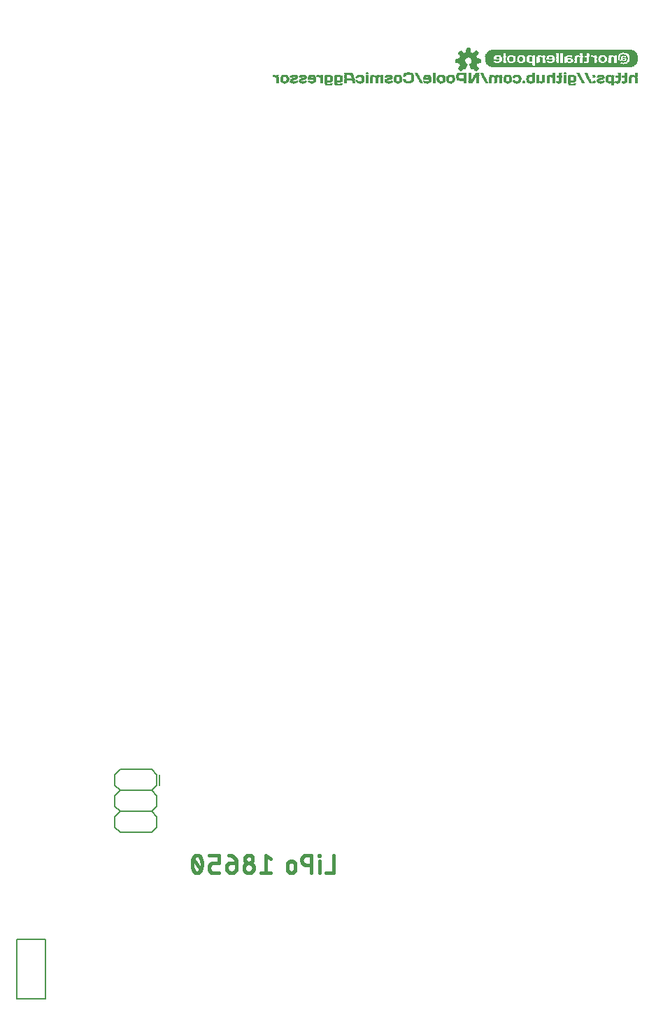
<source format=gbo>
G75*
%MOIN*%
%OFA0B0*%
%FSLAX25Y25*%
%IPPOS*%
%LPD*%
%AMOC8*
5,1,8,0,0,1.08239X$1,22.5*
%
%ADD10C,0.01500*%
%ADD11C,0.00800*%
%ADD12R,0.05512X0.00394*%
%ADD13R,0.05118X0.00394*%
%ADD14R,0.06693X0.00394*%
%ADD15R,0.07480X0.00394*%
%ADD16R,0.07087X0.00394*%
%ADD17R,0.03150X0.00394*%
%ADD18R,0.07874X0.00394*%
%ADD19R,0.08268X0.00394*%
%ADD20R,0.03543X0.00394*%
%ADD21R,0.08661X0.00394*%
%ADD22R,0.03937X0.00394*%
%ADD23R,0.09055X0.00394*%
%ADD24R,0.09449X0.00394*%
%ADD25R,0.04331X0.00394*%
%ADD26R,0.02756X0.00394*%
%ADD27R,0.04724X0.00394*%
%ADD28R,0.02362X0.00394*%
%ADD29R,0.01575X0.00394*%
%ADD30R,0.01181X0.00394*%
%ADD31R,0.67126X0.00197*%
%ADD32R,0.68307X0.00197*%
%ADD33R,0.69094X0.00197*%
%ADD34R,0.69882X0.00197*%
%ADD35R,0.70276X0.00197*%
%ADD36R,0.70669X0.00197*%
%ADD37R,0.05709X0.00197*%
%ADD38R,0.64764X0.00197*%
%ADD39R,0.04921X0.00197*%
%ADD40R,0.14961X0.00197*%
%ADD41R,0.02165X0.00197*%
%ADD42R,0.08268X0.00197*%
%ADD43R,0.00787X0.00197*%
%ADD44R,0.24016X0.00197*%
%ADD45R,0.08071X0.00197*%
%ADD46R,0.04724X0.00197*%
%ADD47R,0.14567X0.00197*%
%ADD48R,0.01969X0.00197*%
%ADD49R,0.04528X0.00197*%
%ADD50R,0.14370X0.00197*%
%ADD51R,0.04331X0.00197*%
%ADD52R,0.00984X0.00197*%
%ADD53R,0.14173X0.00197*%
%ADD54R,0.08465X0.00197*%
%ADD55R,0.13976X0.00197*%
%ADD56R,0.02559X0.00197*%
%ADD57R,0.03150X0.00197*%
%ADD58R,0.03543X0.00197*%
%ADD59R,0.02362X0.00197*%
%ADD60R,0.04134X0.00197*%
%ADD61R,0.03937X0.00197*%
%ADD62R,0.05512X0.00197*%
%ADD63R,0.02953X0.00197*%
%ADD64R,0.00394X0.00197*%
%ADD65R,0.01575X0.00197*%
%ADD66R,0.00591X0.00197*%
%ADD67R,0.01772X0.00197*%
%ADD68R,0.01378X0.00197*%
%ADD69R,0.01181X0.00197*%
%ADD70R,0.03346X0.00197*%
%ADD71R,0.04134X0.00236*%
%ADD72R,0.00591X0.00236*%
%ADD73R,0.01181X0.00236*%
%ADD74R,0.00394X0.00236*%
%ADD75R,0.00787X0.00236*%
%ADD76R,0.01575X0.00236*%
%ADD77R,0.01969X0.00236*%
%ADD78R,0.02362X0.00236*%
%ADD79R,0.00984X0.00236*%
%ADD80R,0.01772X0.00236*%
%ADD81R,0.00197X0.00197*%
%ADD82R,0.06890X0.00197*%
%ADD83R,0.04724X0.00236*%
%ADD84R,0.01378X0.00236*%
%ADD85R,0.02756X0.00197*%
%ADD86R,0.40945X0.00236*%
%ADD87R,0.22047X0.00236*%
%ADD88R,0.40945X0.00197*%
%ADD89R,0.21850X0.00197*%
%ADD90R,0.42126X0.00197*%
%ADD91R,0.21654X0.00197*%
%ADD92R,0.48031X0.00197*%
%ADD93R,0.21457X0.00197*%
%ADD94R,0.47835X0.00197*%
%ADD95R,0.21260X0.00197*%
%ADD96R,0.47638X0.00236*%
%ADD97R,0.21260X0.00236*%
%ADD98R,0.68307X0.00157*%
%ADD99R,0.03740X0.00197*%
%ADD100R,0.06299X0.00197*%
%ADD101R,0.06102X0.00197*%
%ADD102R,0.02953X0.00236*%
%ADD103R,0.04921X0.00236*%
%ADD104R,0.05118X0.00197*%
%ADD105R,0.03543X0.00236*%
%ADD106R,0.03740X0.00236*%
%ADD107R,0.00197X0.00236*%
%ADD108C,0.00591*%
D10*
X0172116Y0075454D02*
X0172187Y0075606D01*
X0172255Y0075758D01*
X0172319Y0075913D01*
X0172380Y0076069D01*
X0172436Y0076226D01*
X0172489Y0076385D01*
X0172539Y0076545D01*
X0172584Y0076706D01*
X0172625Y0076868D01*
X0172663Y0077030D01*
X0172697Y0077194D01*
X0172726Y0077359D01*
X0172752Y0077524D01*
X0172774Y0077690D01*
X0172792Y0077856D01*
X0172806Y0078023D01*
X0172816Y0078190D01*
X0172822Y0078357D01*
X0172824Y0078524D01*
X0168101Y0078524D02*
X0168103Y0078691D01*
X0168109Y0078858D01*
X0168119Y0079025D01*
X0168133Y0079192D01*
X0168151Y0079358D01*
X0168173Y0079524D01*
X0168199Y0079689D01*
X0168228Y0079854D01*
X0168262Y0080018D01*
X0168300Y0080181D01*
X0168341Y0080343D01*
X0168387Y0080503D01*
X0168436Y0080663D01*
X0168489Y0080822D01*
X0168545Y0080979D01*
X0168606Y0081135D01*
X0168670Y0081290D01*
X0168738Y0081442D01*
X0168809Y0081594D01*
X0168574Y0080886D02*
X0172352Y0076163D01*
X0170463Y0074275D02*
X0170383Y0074277D01*
X0170303Y0074282D01*
X0170223Y0074292D01*
X0170144Y0074304D01*
X0170065Y0074321D01*
X0169987Y0074341D01*
X0169911Y0074365D01*
X0169835Y0074392D01*
X0169761Y0074422D01*
X0169688Y0074456D01*
X0169617Y0074493D01*
X0169548Y0074534D01*
X0169481Y0074577D01*
X0169415Y0074624D01*
X0169352Y0074674D01*
X0169291Y0074726D01*
X0169233Y0074781D01*
X0169177Y0074839D01*
X0169124Y0074899D01*
X0169074Y0074962D01*
X0169027Y0075027D01*
X0168983Y0075094D01*
X0168942Y0075163D01*
X0168904Y0075234D01*
X0168869Y0075306D01*
X0168838Y0075380D01*
X0168810Y0075455D01*
X0170463Y0074275D02*
X0170543Y0074277D01*
X0170623Y0074282D01*
X0170703Y0074292D01*
X0170782Y0074304D01*
X0170861Y0074321D01*
X0170939Y0074341D01*
X0171015Y0074365D01*
X0171091Y0074392D01*
X0171165Y0074422D01*
X0171238Y0074456D01*
X0171309Y0074493D01*
X0171378Y0074534D01*
X0171445Y0074577D01*
X0171511Y0074624D01*
X0171574Y0074674D01*
X0171635Y0074726D01*
X0171693Y0074781D01*
X0171749Y0074839D01*
X0171802Y0074899D01*
X0171852Y0074962D01*
X0171899Y0075027D01*
X0171943Y0075094D01*
X0171984Y0075163D01*
X0172022Y0075234D01*
X0172057Y0075306D01*
X0172088Y0075380D01*
X0172116Y0075455D01*
X0176322Y0076163D02*
X0176322Y0077108D01*
X0168809Y0075454D02*
X0168738Y0075606D01*
X0168670Y0075758D01*
X0168606Y0075913D01*
X0168545Y0076069D01*
X0168489Y0076226D01*
X0168436Y0076385D01*
X0168387Y0076545D01*
X0168341Y0076705D01*
X0168300Y0076867D01*
X0168262Y0077030D01*
X0168228Y0077194D01*
X0168199Y0077359D01*
X0168173Y0077524D01*
X0168151Y0077690D01*
X0168133Y0077856D01*
X0168119Y0078023D01*
X0168109Y0078190D01*
X0168103Y0078357D01*
X0168101Y0078524D01*
X0172824Y0078524D02*
X0172822Y0078691D01*
X0172816Y0078858D01*
X0172806Y0079025D01*
X0172792Y0079192D01*
X0172774Y0079358D01*
X0172752Y0079524D01*
X0172726Y0079689D01*
X0172697Y0079854D01*
X0172663Y0080018D01*
X0172625Y0080180D01*
X0172584Y0080342D01*
X0172539Y0080503D01*
X0172489Y0080663D01*
X0172436Y0080822D01*
X0172380Y0080979D01*
X0172319Y0081135D01*
X0172255Y0081290D01*
X0172187Y0081442D01*
X0172116Y0081594D01*
X0170463Y0082774D02*
X0170383Y0082772D01*
X0170303Y0082767D01*
X0170223Y0082757D01*
X0170144Y0082745D01*
X0170065Y0082728D01*
X0169987Y0082708D01*
X0169911Y0082684D01*
X0169835Y0082657D01*
X0169761Y0082627D01*
X0169688Y0082593D01*
X0169617Y0082556D01*
X0169548Y0082515D01*
X0169480Y0082472D01*
X0169415Y0082425D01*
X0169352Y0082375D01*
X0169291Y0082323D01*
X0169233Y0082268D01*
X0169177Y0082210D01*
X0169124Y0082150D01*
X0169074Y0082087D01*
X0169027Y0082022D01*
X0168983Y0081955D01*
X0168942Y0081886D01*
X0168904Y0081815D01*
X0168869Y0081743D01*
X0168838Y0081669D01*
X0168810Y0081594D01*
X0170463Y0082774D02*
X0170543Y0082772D01*
X0170623Y0082767D01*
X0170703Y0082757D01*
X0170782Y0082745D01*
X0170861Y0082728D01*
X0170939Y0082708D01*
X0171015Y0082684D01*
X0171091Y0082657D01*
X0171165Y0082627D01*
X0171238Y0082593D01*
X0171309Y0082556D01*
X0171378Y0082515D01*
X0171446Y0082472D01*
X0171511Y0082425D01*
X0171574Y0082375D01*
X0171635Y0082323D01*
X0171693Y0082268D01*
X0171749Y0082210D01*
X0171802Y0082150D01*
X0171852Y0082087D01*
X0171899Y0082022D01*
X0171943Y0081955D01*
X0171984Y0081886D01*
X0172022Y0081815D01*
X0172057Y0081743D01*
X0172088Y0081669D01*
X0172116Y0081594D01*
X0176322Y0082774D02*
X0181044Y0082774D01*
X0181044Y0078997D01*
X0178210Y0078997D01*
X0178125Y0078995D01*
X0178041Y0078989D01*
X0177956Y0078980D01*
X0177873Y0078967D01*
X0177790Y0078950D01*
X0177707Y0078929D01*
X0177626Y0078905D01*
X0177546Y0078877D01*
X0177468Y0078845D01*
X0177390Y0078810D01*
X0177315Y0078771D01*
X0177241Y0078730D01*
X0177169Y0078685D01*
X0177100Y0078636D01*
X0177032Y0078585D01*
X0176967Y0078531D01*
X0176905Y0078473D01*
X0176845Y0078413D01*
X0176787Y0078351D01*
X0176733Y0078286D01*
X0176682Y0078218D01*
X0176633Y0078149D01*
X0176588Y0078077D01*
X0176547Y0078003D01*
X0176508Y0077928D01*
X0176473Y0077850D01*
X0176441Y0077772D01*
X0176413Y0077692D01*
X0176389Y0077611D01*
X0176368Y0077528D01*
X0176351Y0077445D01*
X0176338Y0077362D01*
X0176329Y0077277D01*
X0176323Y0077193D01*
X0176321Y0077108D01*
X0176321Y0076163D02*
X0176323Y0076078D01*
X0176329Y0075994D01*
X0176338Y0075909D01*
X0176351Y0075826D01*
X0176368Y0075743D01*
X0176389Y0075660D01*
X0176413Y0075579D01*
X0176441Y0075499D01*
X0176473Y0075421D01*
X0176508Y0075343D01*
X0176547Y0075268D01*
X0176588Y0075194D01*
X0176633Y0075122D01*
X0176682Y0075053D01*
X0176733Y0074985D01*
X0176787Y0074920D01*
X0176845Y0074858D01*
X0176905Y0074798D01*
X0176967Y0074740D01*
X0177032Y0074686D01*
X0177100Y0074635D01*
X0177169Y0074586D01*
X0177241Y0074541D01*
X0177315Y0074500D01*
X0177390Y0074461D01*
X0177468Y0074426D01*
X0177546Y0074394D01*
X0177626Y0074366D01*
X0177707Y0074342D01*
X0177790Y0074321D01*
X0177873Y0074304D01*
X0177956Y0074291D01*
X0178041Y0074282D01*
X0178125Y0074276D01*
X0178210Y0074274D01*
X0181044Y0074274D01*
X0184542Y0076636D02*
X0184542Y0077108D01*
X0184541Y0077108D02*
X0184543Y0077193D01*
X0184549Y0077277D01*
X0184558Y0077362D01*
X0184571Y0077445D01*
X0184588Y0077528D01*
X0184609Y0077611D01*
X0184633Y0077692D01*
X0184661Y0077772D01*
X0184693Y0077850D01*
X0184728Y0077928D01*
X0184767Y0078003D01*
X0184808Y0078077D01*
X0184853Y0078149D01*
X0184902Y0078218D01*
X0184953Y0078286D01*
X0185007Y0078351D01*
X0185065Y0078413D01*
X0185125Y0078473D01*
X0185187Y0078531D01*
X0185252Y0078585D01*
X0185320Y0078636D01*
X0185389Y0078685D01*
X0185461Y0078730D01*
X0185535Y0078771D01*
X0185610Y0078810D01*
X0185688Y0078845D01*
X0185766Y0078877D01*
X0185846Y0078905D01*
X0185927Y0078929D01*
X0186010Y0078950D01*
X0186093Y0078967D01*
X0186176Y0078980D01*
X0186261Y0078989D01*
X0186345Y0078995D01*
X0186430Y0078997D01*
X0189264Y0078997D01*
X0189264Y0076636D01*
X0189262Y0076540D01*
X0189256Y0076444D01*
X0189246Y0076348D01*
X0189233Y0076252D01*
X0189215Y0076158D01*
X0189194Y0076064D01*
X0189168Y0075971D01*
X0189139Y0075879D01*
X0189107Y0075788D01*
X0189070Y0075699D01*
X0189030Y0075612D01*
X0188987Y0075526D01*
X0188940Y0075442D01*
X0188889Y0075360D01*
X0188835Y0075280D01*
X0188779Y0075202D01*
X0188718Y0075127D01*
X0188655Y0075054D01*
X0188589Y0074984D01*
X0188521Y0074916D01*
X0188449Y0074852D01*
X0188375Y0074790D01*
X0188299Y0074732D01*
X0188220Y0074676D01*
X0188139Y0074624D01*
X0188056Y0074575D01*
X0187971Y0074530D01*
X0187884Y0074488D01*
X0187795Y0074450D01*
X0187705Y0074416D01*
X0187614Y0074385D01*
X0187522Y0074358D01*
X0187428Y0074334D01*
X0187334Y0074315D01*
X0187239Y0074299D01*
X0187143Y0074287D01*
X0187047Y0074279D01*
X0186951Y0074275D01*
X0186855Y0074275D01*
X0186759Y0074279D01*
X0186663Y0074287D01*
X0186567Y0074299D01*
X0186472Y0074315D01*
X0186378Y0074334D01*
X0186284Y0074358D01*
X0186192Y0074385D01*
X0186101Y0074416D01*
X0186011Y0074450D01*
X0185922Y0074488D01*
X0185835Y0074530D01*
X0185750Y0074575D01*
X0185667Y0074624D01*
X0185586Y0074676D01*
X0185507Y0074732D01*
X0185431Y0074790D01*
X0185357Y0074852D01*
X0185285Y0074916D01*
X0185217Y0074984D01*
X0185151Y0075054D01*
X0185088Y0075127D01*
X0185027Y0075202D01*
X0184971Y0075280D01*
X0184917Y0075360D01*
X0184866Y0075442D01*
X0184819Y0075526D01*
X0184776Y0075612D01*
X0184736Y0075699D01*
X0184699Y0075788D01*
X0184667Y0075879D01*
X0184638Y0075971D01*
X0184612Y0076064D01*
X0184591Y0076158D01*
X0184573Y0076252D01*
X0184560Y0076348D01*
X0184550Y0076444D01*
X0184544Y0076540D01*
X0184542Y0076636D01*
X0189264Y0078997D02*
X0189262Y0079118D01*
X0189256Y0079239D01*
X0189247Y0079360D01*
X0189233Y0079480D01*
X0189216Y0079600D01*
X0189194Y0079719D01*
X0189169Y0079838D01*
X0189140Y0079955D01*
X0189108Y0080072D01*
X0189072Y0080187D01*
X0189032Y0080302D01*
X0188988Y0080415D01*
X0188941Y0080526D01*
X0188890Y0080636D01*
X0188836Y0080744D01*
X0188778Y0080851D01*
X0188717Y0080955D01*
X0188652Y0081058D01*
X0188585Y0081158D01*
X0188514Y0081257D01*
X0188440Y0081353D01*
X0188363Y0081446D01*
X0188283Y0081537D01*
X0188200Y0081625D01*
X0188114Y0081711D01*
X0188026Y0081794D01*
X0187935Y0081874D01*
X0187842Y0081951D01*
X0187746Y0082025D01*
X0187647Y0082096D01*
X0187547Y0082163D01*
X0187445Y0082228D01*
X0187340Y0082289D01*
X0187233Y0082347D01*
X0187125Y0082401D01*
X0187015Y0082452D01*
X0186904Y0082499D01*
X0186791Y0082543D01*
X0186676Y0082583D01*
X0186561Y0082619D01*
X0186444Y0082651D01*
X0186327Y0082680D01*
X0186208Y0082705D01*
X0186089Y0082727D01*
X0185969Y0082744D01*
X0185849Y0082758D01*
X0185728Y0082767D01*
X0185607Y0082773D01*
X0185486Y0082775D01*
X0193234Y0080886D02*
X0193236Y0080800D01*
X0193242Y0080714D01*
X0193252Y0080629D01*
X0193265Y0080544D01*
X0193283Y0080460D01*
X0193304Y0080376D01*
X0193329Y0080294D01*
X0193358Y0080213D01*
X0193390Y0080133D01*
X0193426Y0080055D01*
X0193466Y0079979D01*
X0193509Y0079905D01*
X0193555Y0079832D01*
X0193605Y0079762D01*
X0193658Y0079694D01*
X0193713Y0079628D01*
X0193772Y0079566D01*
X0193834Y0079505D01*
X0193898Y0079448D01*
X0193965Y0079394D01*
X0194034Y0079343D01*
X0194105Y0079295D01*
X0194179Y0079250D01*
X0194254Y0079209D01*
X0194331Y0079171D01*
X0194410Y0079137D01*
X0194490Y0079106D01*
X0194572Y0079079D01*
X0194655Y0079056D01*
X0194739Y0079037D01*
X0194823Y0079021D01*
X0194908Y0079009D01*
X0194994Y0079001D01*
X0195080Y0078997D01*
X0195166Y0078997D01*
X0195252Y0079001D01*
X0195338Y0079009D01*
X0195423Y0079021D01*
X0195507Y0079037D01*
X0195591Y0079056D01*
X0195674Y0079079D01*
X0195756Y0079106D01*
X0195836Y0079137D01*
X0195915Y0079171D01*
X0195992Y0079209D01*
X0196068Y0079250D01*
X0196141Y0079295D01*
X0196212Y0079343D01*
X0196281Y0079394D01*
X0196348Y0079448D01*
X0196412Y0079505D01*
X0196474Y0079566D01*
X0196533Y0079628D01*
X0196588Y0079694D01*
X0196641Y0079762D01*
X0196691Y0079832D01*
X0196737Y0079905D01*
X0196780Y0079979D01*
X0196820Y0080055D01*
X0196856Y0080133D01*
X0196888Y0080213D01*
X0196917Y0080294D01*
X0196942Y0080376D01*
X0196963Y0080460D01*
X0196981Y0080544D01*
X0196994Y0080629D01*
X0197004Y0080714D01*
X0197010Y0080800D01*
X0197012Y0080886D01*
X0197010Y0080972D01*
X0197004Y0081058D01*
X0196994Y0081143D01*
X0196981Y0081228D01*
X0196963Y0081312D01*
X0196942Y0081396D01*
X0196917Y0081478D01*
X0196888Y0081559D01*
X0196856Y0081639D01*
X0196820Y0081717D01*
X0196780Y0081793D01*
X0196737Y0081867D01*
X0196691Y0081940D01*
X0196641Y0082010D01*
X0196588Y0082078D01*
X0196533Y0082144D01*
X0196474Y0082206D01*
X0196412Y0082267D01*
X0196348Y0082324D01*
X0196281Y0082378D01*
X0196212Y0082429D01*
X0196141Y0082477D01*
X0196068Y0082522D01*
X0195992Y0082563D01*
X0195915Y0082601D01*
X0195836Y0082635D01*
X0195756Y0082666D01*
X0195674Y0082693D01*
X0195591Y0082716D01*
X0195507Y0082735D01*
X0195423Y0082751D01*
X0195338Y0082763D01*
X0195252Y0082771D01*
X0195166Y0082775D01*
X0195080Y0082775D01*
X0194994Y0082771D01*
X0194908Y0082763D01*
X0194823Y0082751D01*
X0194739Y0082735D01*
X0194655Y0082716D01*
X0194572Y0082693D01*
X0194490Y0082666D01*
X0194410Y0082635D01*
X0194331Y0082601D01*
X0194254Y0082563D01*
X0194179Y0082522D01*
X0194105Y0082477D01*
X0194034Y0082429D01*
X0193965Y0082378D01*
X0193898Y0082324D01*
X0193834Y0082267D01*
X0193772Y0082206D01*
X0193713Y0082144D01*
X0193658Y0082078D01*
X0193605Y0082010D01*
X0193555Y0081940D01*
X0193509Y0081867D01*
X0193466Y0081793D01*
X0193426Y0081717D01*
X0193390Y0081639D01*
X0193358Y0081559D01*
X0193329Y0081478D01*
X0193304Y0081396D01*
X0193283Y0081312D01*
X0193265Y0081228D01*
X0193252Y0081143D01*
X0193242Y0081058D01*
X0193236Y0080972D01*
X0193234Y0080886D01*
X0192762Y0076636D02*
X0192764Y0076540D01*
X0192770Y0076444D01*
X0192780Y0076348D01*
X0192793Y0076252D01*
X0192811Y0076158D01*
X0192832Y0076064D01*
X0192858Y0075971D01*
X0192887Y0075879D01*
X0192919Y0075788D01*
X0192956Y0075699D01*
X0192996Y0075612D01*
X0193039Y0075526D01*
X0193086Y0075442D01*
X0193137Y0075360D01*
X0193191Y0075280D01*
X0193247Y0075202D01*
X0193308Y0075127D01*
X0193371Y0075054D01*
X0193437Y0074984D01*
X0193505Y0074916D01*
X0193577Y0074852D01*
X0193651Y0074790D01*
X0193727Y0074732D01*
X0193806Y0074676D01*
X0193887Y0074624D01*
X0193970Y0074575D01*
X0194055Y0074530D01*
X0194142Y0074488D01*
X0194231Y0074450D01*
X0194321Y0074416D01*
X0194412Y0074385D01*
X0194504Y0074358D01*
X0194598Y0074334D01*
X0194692Y0074315D01*
X0194787Y0074299D01*
X0194883Y0074287D01*
X0194979Y0074279D01*
X0195075Y0074275D01*
X0195171Y0074275D01*
X0195267Y0074279D01*
X0195363Y0074287D01*
X0195459Y0074299D01*
X0195554Y0074315D01*
X0195648Y0074334D01*
X0195742Y0074358D01*
X0195834Y0074385D01*
X0195925Y0074416D01*
X0196015Y0074450D01*
X0196104Y0074488D01*
X0196191Y0074530D01*
X0196276Y0074575D01*
X0196359Y0074624D01*
X0196440Y0074676D01*
X0196519Y0074732D01*
X0196595Y0074790D01*
X0196669Y0074852D01*
X0196741Y0074916D01*
X0196809Y0074984D01*
X0196875Y0075054D01*
X0196938Y0075127D01*
X0196999Y0075202D01*
X0197055Y0075280D01*
X0197109Y0075360D01*
X0197160Y0075442D01*
X0197207Y0075526D01*
X0197250Y0075612D01*
X0197290Y0075699D01*
X0197327Y0075788D01*
X0197359Y0075879D01*
X0197388Y0075971D01*
X0197414Y0076064D01*
X0197435Y0076158D01*
X0197453Y0076252D01*
X0197466Y0076348D01*
X0197476Y0076444D01*
X0197482Y0076540D01*
X0197484Y0076636D01*
X0197482Y0076732D01*
X0197476Y0076828D01*
X0197466Y0076924D01*
X0197453Y0077020D01*
X0197435Y0077114D01*
X0197414Y0077208D01*
X0197388Y0077301D01*
X0197359Y0077393D01*
X0197327Y0077484D01*
X0197290Y0077573D01*
X0197250Y0077660D01*
X0197207Y0077746D01*
X0197160Y0077830D01*
X0197109Y0077912D01*
X0197055Y0077992D01*
X0196999Y0078070D01*
X0196938Y0078145D01*
X0196875Y0078218D01*
X0196809Y0078288D01*
X0196741Y0078356D01*
X0196669Y0078420D01*
X0196595Y0078482D01*
X0196519Y0078540D01*
X0196440Y0078596D01*
X0196359Y0078648D01*
X0196276Y0078697D01*
X0196191Y0078742D01*
X0196104Y0078784D01*
X0196015Y0078822D01*
X0195925Y0078856D01*
X0195834Y0078887D01*
X0195742Y0078914D01*
X0195648Y0078938D01*
X0195554Y0078957D01*
X0195459Y0078973D01*
X0195363Y0078985D01*
X0195267Y0078993D01*
X0195171Y0078997D01*
X0195075Y0078997D01*
X0194979Y0078993D01*
X0194883Y0078985D01*
X0194787Y0078973D01*
X0194692Y0078957D01*
X0194598Y0078938D01*
X0194504Y0078914D01*
X0194412Y0078887D01*
X0194321Y0078856D01*
X0194231Y0078822D01*
X0194142Y0078784D01*
X0194055Y0078742D01*
X0193970Y0078697D01*
X0193887Y0078648D01*
X0193806Y0078596D01*
X0193727Y0078540D01*
X0193651Y0078482D01*
X0193577Y0078420D01*
X0193505Y0078356D01*
X0193437Y0078288D01*
X0193371Y0078218D01*
X0193308Y0078145D01*
X0193247Y0078070D01*
X0193191Y0077992D01*
X0193137Y0077912D01*
X0193086Y0077830D01*
X0193039Y0077746D01*
X0192996Y0077660D01*
X0192956Y0077573D01*
X0192919Y0077484D01*
X0192887Y0077393D01*
X0192858Y0077301D01*
X0192832Y0077208D01*
X0192811Y0077114D01*
X0192793Y0077020D01*
X0192780Y0076924D01*
X0192770Y0076828D01*
X0192764Y0076732D01*
X0192762Y0076636D01*
X0200982Y0074274D02*
X0205704Y0074274D01*
X0203343Y0074274D02*
X0203343Y0082774D01*
X0205704Y0080886D01*
X0213510Y0078052D02*
X0213510Y0076163D01*
X0213512Y0076077D01*
X0213518Y0075991D01*
X0213528Y0075906D01*
X0213541Y0075821D01*
X0213559Y0075737D01*
X0213580Y0075653D01*
X0213605Y0075571D01*
X0213634Y0075490D01*
X0213666Y0075410D01*
X0213702Y0075332D01*
X0213742Y0075256D01*
X0213785Y0075182D01*
X0213831Y0075109D01*
X0213881Y0075039D01*
X0213934Y0074971D01*
X0213989Y0074905D01*
X0214048Y0074843D01*
X0214110Y0074782D01*
X0214174Y0074725D01*
X0214241Y0074671D01*
X0214310Y0074620D01*
X0214381Y0074572D01*
X0214455Y0074527D01*
X0214530Y0074486D01*
X0214607Y0074448D01*
X0214686Y0074414D01*
X0214766Y0074383D01*
X0214848Y0074356D01*
X0214931Y0074333D01*
X0215015Y0074314D01*
X0215099Y0074298D01*
X0215184Y0074286D01*
X0215270Y0074278D01*
X0215356Y0074274D01*
X0215442Y0074274D01*
X0215528Y0074278D01*
X0215614Y0074286D01*
X0215699Y0074298D01*
X0215783Y0074314D01*
X0215867Y0074333D01*
X0215950Y0074356D01*
X0216032Y0074383D01*
X0216112Y0074414D01*
X0216191Y0074448D01*
X0216268Y0074486D01*
X0216344Y0074527D01*
X0216417Y0074572D01*
X0216488Y0074620D01*
X0216557Y0074671D01*
X0216624Y0074725D01*
X0216688Y0074782D01*
X0216750Y0074843D01*
X0216809Y0074905D01*
X0216864Y0074971D01*
X0216917Y0075039D01*
X0216967Y0075109D01*
X0217013Y0075182D01*
X0217056Y0075256D01*
X0217096Y0075332D01*
X0217132Y0075410D01*
X0217164Y0075490D01*
X0217193Y0075571D01*
X0217218Y0075653D01*
X0217239Y0075737D01*
X0217257Y0075821D01*
X0217270Y0075906D01*
X0217280Y0075991D01*
X0217286Y0076077D01*
X0217288Y0076163D01*
X0217288Y0078052D01*
X0217286Y0078138D01*
X0217280Y0078224D01*
X0217270Y0078309D01*
X0217257Y0078394D01*
X0217239Y0078478D01*
X0217218Y0078562D01*
X0217193Y0078644D01*
X0217164Y0078725D01*
X0217132Y0078805D01*
X0217096Y0078883D01*
X0217056Y0078959D01*
X0217013Y0079033D01*
X0216967Y0079106D01*
X0216917Y0079176D01*
X0216864Y0079244D01*
X0216809Y0079310D01*
X0216750Y0079372D01*
X0216688Y0079433D01*
X0216624Y0079490D01*
X0216557Y0079544D01*
X0216488Y0079595D01*
X0216417Y0079643D01*
X0216344Y0079688D01*
X0216268Y0079729D01*
X0216191Y0079767D01*
X0216112Y0079801D01*
X0216032Y0079832D01*
X0215950Y0079859D01*
X0215867Y0079882D01*
X0215783Y0079901D01*
X0215699Y0079917D01*
X0215614Y0079929D01*
X0215528Y0079937D01*
X0215442Y0079941D01*
X0215356Y0079941D01*
X0215270Y0079937D01*
X0215184Y0079929D01*
X0215099Y0079917D01*
X0215015Y0079901D01*
X0214931Y0079882D01*
X0214848Y0079859D01*
X0214766Y0079832D01*
X0214686Y0079801D01*
X0214607Y0079767D01*
X0214530Y0079729D01*
X0214455Y0079688D01*
X0214381Y0079643D01*
X0214310Y0079595D01*
X0214241Y0079544D01*
X0214174Y0079490D01*
X0214110Y0079433D01*
X0214048Y0079372D01*
X0213989Y0079310D01*
X0213934Y0079244D01*
X0213881Y0079176D01*
X0213831Y0079106D01*
X0213785Y0079033D01*
X0213742Y0078959D01*
X0213702Y0078883D01*
X0213666Y0078805D01*
X0213634Y0078725D01*
X0213605Y0078644D01*
X0213580Y0078562D01*
X0213559Y0078478D01*
X0213541Y0078394D01*
X0213528Y0078309D01*
X0213518Y0078224D01*
X0213512Y0078138D01*
X0213510Y0078052D01*
X0222677Y0078052D02*
X0225038Y0078052D01*
X0222677Y0078052D02*
X0222581Y0078054D01*
X0222485Y0078060D01*
X0222389Y0078070D01*
X0222293Y0078083D01*
X0222199Y0078101D01*
X0222105Y0078122D01*
X0222012Y0078148D01*
X0221920Y0078177D01*
X0221829Y0078209D01*
X0221740Y0078246D01*
X0221653Y0078286D01*
X0221567Y0078329D01*
X0221483Y0078376D01*
X0221401Y0078427D01*
X0221321Y0078481D01*
X0221243Y0078537D01*
X0221168Y0078598D01*
X0221095Y0078661D01*
X0221025Y0078727D01*
X0220957Y0078795D01*
X0220893Y0078867D01*
X0220831Y0078941D01*
X0220773Y0079017D01*
X0220717Y0079096D01*
X0220665Y0079177D01*
X0220616Y0079260D01*
X0220571Y0079345D01*
X0220529Y0079432D01*
X0220491Y0079521D01*
X0220457Y0079611D01*
X0220426Y0079702D01*
X0220399Y0079794D01*
X0220375Y0079888D01*
X0220356Y0079982D01*
X0220340Y0080077D01*
X0220328Y0080173D01*
X0220320Y0080269D01*
X0220316Y0080365D01*
X0220316Y0080461D01*
X0220320Y0080557D01*
X0220328Y0080653D01*
X0220340Y0080749D01*
X0220356Y0080844D01*
X0220375Y0080938D01*
X0220399Y0081032D01*
X0220426Y0081124D01*
X0220457Y0081215D01*
X0220491Y0081305D01*
X0220529Y0081394D01*
X0220571Y0081481D01*
X0220616Y0081566D01*
X0220665Y0081649D01*
X0220717Y0081730D01*
X0220773Y0081809D01*
X0220831Y0081885D01*
X0220893Y0081959D01*
X0220957Y0082031D01*
X0221025Y0082099D01*
X0221095Y0082165D01*
X0221168Y0082228D01*
X0221243Y0082289D01*
X0221321Y0082345D01*
X0221401Y0082399D01*
X0221483Y0082450D01*
X0221567Y0082497D01*
X0221653Y0082540D01*
X0221740Y0082580D01*
X0221829Y0082617D01*
X0221920Y0082649D01*
X0222012Y0082678D01*
X0222105Y0082704D01*
X0222199Y0082725D01*
X0222293Y0082743D01*
X0222389Y0082756D01*
X0222485Y0082766D01*
X0222581Y0082772D01*
X0222677Y0082774D01*
X0225038Y0082774D01*
X0225038Y0074274D01*
X0228825Y0074274D02*
X0228825Y0079941D01*
X0228588Y0082302D02*
X0229061Y0082302D01*
X0229061Y0082774D01*
X0228588Y0082774D01*
X0228588Y0082302D01*
X0235550Y0082774D02*
X0235550Y0074274D01*
X0231772Y0074274D01*
D11*
X0084410Y0042698D02*
X0084410Y0014351D01*
X0098190Y0014351D01*
X0098190Y0042698D01*
X0084410Y0042698D01*
X0133800Y0093524D02*
X0131300Y0096024D01*
X0131300Y0101024D01*
X0133800Y0103524D01*
X0148800Y0103524D01*
X0151300Y0101024D01*
X0151300Y0096024D01*
X0148800Y0093524D01*
X0133800Y0093524D01*
X0133800Y0103524D02*
X0131300Y0106024D01*
X0131300Y0111024D01*
X0133800Y0113524D01*
X0148800Y0113524D01*
X0151300Y0111024D01*
X0151300Y0106024D01*
X0148800Y0103524D01*
X0148800Y0113524D02*
X0151300Y0116024D01*
X0151300Y0121024D01*
X0148800Y0123524D01*
X0133800Y0123524D01*
X0131300Y0121024D01*
X0131300Y0116024D01*
X0133800Y0113524D01*
X0152619Y0116024D02*
X0152619Y0121024D01*
D12*
X0316891Y0474706D03*
X0344450Y0473524D03*
X0350355Y0473524D03*
X0368465Y0478249D03*
D13*
X0350552Y0474312D03*
X0350552Y0473918D03*
X0347402Y0472737D03*
X0344253Y0473918D03*
X0344253Y0474312D03*
X0337954Y0476280D03*
X0337954Y0476674D03*
X0337954Y0477068D03*
X0337954Y0477461D03*
X0337954Y0477855D03*
X0337954Y0469981D03*
X0337954Y0469587D03*
X0337954Y0469194D03*
X0337954Y0468800D03*
X0337954Y0468406D03*
X0317087Y0475099D03*
X0317087Y0475493D03*
X0248977Y0478249D03*
D14*
X0258820Y0477855D03*
X0268269Y0477855D03*
X0278111Y0472343D03*
X0377324Y0477855D03*
D15*
X0377717Y0477461D03*
X0377717Y0477068D03*
X0377717Y0469194D03*
X0377717Y0468800D03*
X0368269Y0477855D03*
X0358426Y0477461D03*
X0359213Y0473918D03*
X0358032Y0472343D03*
X0358820Y0468406D03*
X0330080Y0468800D03*
X0330080Y0477461D03*
X0307245Y0477461D03*
X0306851Y0468406D03*
X0297402Y0477461D03*
X0287954Y0471162D03*
X0269056Y0473918D03*
X0267875Y0472343D03*
X0268662Y0477068D03*
X0259213Y0477068D03*
X0259607Y0473918D03*
X0258426Y0472343D03*
X0248977Y0468406D03*
X0248977Y0477855D03*
X0239528Y0471162D03*
D16*
X0259017Y0477461D03*
X0268465Y0477461D03*
X0277914Y0473918D03*
X0277914Y0473524D03*
X0277914Y0473131D03*
X0277914Y0472737D03*
X0297206Y0477855D03*
X0307048Y0477855D03*
X0329883Y0477855D03*
X0329883Y0468406D03*
X0358229Y0477855D03*
X0368465Y0468406D03*
X0377520Y0468406D03*
D17*
X0361379Y0474312D03*
X0361379Y0475887D03*
X0355473Y0470375D03*
X0351536Y0477461D03*
X0351536Y0477855D03*
X0343269Y0477855D03*
X0343269Y0477461D03*
X0320434Y0469194D03*
X0319253Y0472343D03*
X0316891Y0477855D03*
X0313741Y0469587D03*
X0313347Y0468800D03*
X0300355Y0475887D03*
X0285394Y0470769D03*
X0285001Y0469981D03*
X0284213Y0468800D03*
X0271221Y0474312D03*
X0261772Y0474312D03*
X0236182Y0469587D03*
X0235788Y0468800D03*
D18*
X0239331Y0477855D03*
X0258623Y0472737D03*
X0259017Y0473131D03*
X0259410Y0476280D03*
X0259410Y0476674D03*
X0259410Y0468406D03*
X0268859Y0468406D03*
X0268072Y0472737D03*
X0268465Y0473131D03*
X0268859Y0476280D03*
X0268859Y0476674D03*
X0277520Y0476674D03*
X0277520Y0476280D03*
X0277520Y0477068D03*
X0277520Y0477461D03*
X0277520Y0477855D03*
X0277520Y0469981D03*
X0277520Y0469587D03*
X0277520Y0469194D03*
X0277520Y0468800D03*
X0277520Y0468406D03*
X0287757Y0471556D03*
X0287757Y0477855D03*
X0297599Y0477068D03*
X0297599Y0476674D03*
X0297599Y0476280D03*
X0296812Y0468406D03*
X0307442Y0476674D03*
X0307442Y0477068D03*
X0316891Y0471556D03*
X0330276Y0469194D03*
X0330276Y0476674D03*
X0330276Y0477068D03*
X0358229Y0472737D03*
X0358623Y0473524D03*
X0359017Y0476280D03*
X0358623Y0476674D03*
X0358623Y0477068D03*
X0377914Y0476674D03*
X0377914Y0476280D03*
X0377914Y0469981D03*
X0377914Y0469587D03*
D19*
X0368269Y0468800D03*
X0368269Y0477461D03*
X0358426Y0473131D03*
X0358820Y0468800D03*
X0348977Y0473131D03*
X0330473Y0476280D03*
X0330473Y0469981D03*
X0330473Y0469587D03*
X0317087Y0471162D03*
X0306851Y0468800D03*
X0307639Y0476280D03*
X0297009Y0468800D03*
X0287560Y0477461D03*
X0268662Y0473524D03*
X0268662Y0469194D03*
X0268662Y0468800D03*
X0259213Y0468800D03*
X0259213Y0469194D03*
X0259213Y0473524D03*
X0248977Y0477461D03*
X0248977Y0468800D03*
X0239135Y0471556D03*
X0239135Y0477461D03*
D20*
X0317087Y0477461D03*
X0343465Y0477068D03*
X0343465Y0476674D03*
X0347402Y0471556D03*
X0347402Y0471162D03*
X0351339Y0477068D03*
D21*
X0358623Y0469981D03*
X0358623Y0469587D03*
X0358623Y0469194D03*
X0368465Y0469194D03*
X0368465Y0477068D03*
X0316891Y0470769D03*
X0316891Y0470375D03*
X0307048Y0469194D03*
X0297206Y0469194D03*
X0297206Y0469587D03*
X0287363Y0471950D03*
X0287363Y0472343D03*
X0287363Y0476674D03*
X0287363Y0477068D03*
X0268465Y0469981D03*
X0268465Y0469587D03*
X0259017Y0469587D03*
X0259017Y0469981D03*
X0249174Y0469194D03*
X0238938Y0471950D03*
X0238938Y0472343D03*
X0238938Y0477068D03*
D22*
X0295237Y0473918D03*
X0305080Y0473918D03*
X0316891Y0476674D03*
X0316891Y0477068D03*
X0343662Y0476280D03*
X0351143Y0476280D03*
X0351143Y0476674D03*
D23*
X0368269Y0476674D03*
X0368269Y0469587D03*
X0317087Y0469981D03*
X0307245Y0469981D03*
X0307245Y0469587D03*
X0297402Y0469981D03*
X0287166Y0472737D03*
X0287166Y0473131D03*
X0287166Y0476280D03*
X0248977Y0476280D03*
X0248977Y0476674D03*
X0248977Y0477068D03*
X0248977Y0469981D03*
X0248977Y0469587D03*
X0238741Y0472737D03*
X0238741Y0473131D03*
X0238741Y0476280D03*
X0238741Y0476674D03*
D24*
X0368465Y0476280D03*
X0368465Y0469981D03*
D25*
X0368269Y0468013D03*
X0350946Y0475493D03*
X0350946Y0475887D03*
X0347402Y0472343D03*
X0347402Y0471950D03*
X0343859Y0475493D03*
X0343859Y0475887D03*
X0317087Y0476280D03*
X0248977Y0468013D03*
D26*
X0245828Y0470375D03*
X0245828Y0470769D03*
X0245828Y0471162D03*
X0245828Y0471556D03*
X0245828Y0471950D03*
X0245828Y0472343D03*
X0245828Y0472737D03*
X0245828Y0473131D03*
X0245828Y0473524D03*
X0245828Y0473918D03*
X0245828Y0474312D03*
X0245828Y0474706D03*
X0245828Y0475099D03*
X0245828Y0475493D03*
X0245828Y0475887D03*
X0241891Y0475887D03*
X0241891Y0475493D03*
X0241891Y0475099D03*
X0241891Y0474706D03*
X0241891Y0474312D03*
X0241891Y0473918D03*
X0241891Y0473524D03*
X0241891Y0470769D03*
X0241891Y0470375D03*
X0241891Y0469981D03*
X0241891Y0469587D03*
X0241891Y0469194D03*
X0241891Y0468800D03*
X0241891Y0468406D03*
X0236772Y0470375D03*
X0236772Y0470769D03*
X0236379Y0469981D03*
X0235985Y0469194D03*
X0235591Y0468406D03*
X0235591Y0473524D03*
X0235591Y0473918D03*
X0235591Y0474312D03*
X0235591Y0474706D03*
X0235591Y0475099D03*
X0235591Y0475493D03*
X0235591Y0475887D03*
X0252127Y0475887D03*
X0252127Y0475493D03*
X0252127Y0475099D03*
X0252127Y0474706D03*
X0252127Y0474312D03*
X0252127Y0473918D03*
X0252127Y0473524D03*
X0252127Y0473131D03*
X0252127Y0472737D03*
X0252127Y0472343D03*
X0252127Y0471950D03*
X0252127Y0471556D03*
X0252127Y0471162D03*
X0252127Y0470769D03*
X0252127Y0470375D03*
X0256064Y0470375D03*
X0256064Y0470769D03*
X0256064Y0471162D03*
X0256064Y0471556D03*
X0256064Y0471950D03*
X0261969Y0474706D03*
X0261969Y0475099D03*
X0261969Y0475493D03*
X0261969Y0475887D03*
X0265513Y0471950D03*
X0265513Y0471556D03*
X0265513Y0471162D03*
X0265513Y0470769D03*
X0265513Y0470375D03*
X0271418Y0474706D03*
X0271418Y0475099D03*
X0271418Y0475493D03*
X0271418Y0475887D03*
X0280080Y0475887D03*
X0280080Y0475493D03*
X0280080Y0475099D03*
X0280080Y0474706D03*
X0280080Y0474312D03*
X0280080Y0471950D03*
X0280080Y0471556D03*
X0280080Y0471162D03*
X0280080Y0470769D03*
X0280080Y0470375D03*
X0284017Y0468406D03*
X0284410Y0469194D03*
X0284804Y0469587D03*
X0285198Y0470375D03*
X0284017Y0473524D03*
X0284017Y0473918D03*
X0284017Y0474312D03*
X0284017Y0474706D03*
X0284017Y0475099D03*
X0284017Y0475493D03*
X0284017Y0475887D03*
X0290316Y0475887D03*
X0290316Y0475493D03*
X0290316Y0475099D03*
X0290316Y0474706D03*
X0290316Y0474312D03*
X0290316Y0473918D03*
X0290316Y0473524D03*
X0290316Y0470769D03*
X0290316Y0470375D03*
X0290316Y0469981D03*
X0290316Y0469587D03*
X0290316Y0469194D03*
X0290316Y0468800D03*
X0290316Y0468406D03*
X0294253Y0470375D03*
X0294253Y0470769D03*
X0294253Y0471162D03*
X0294253Y0471556D03*
X0294253Y0471950D03*
X0300552Y0471950D03*
X0300552Y0472343D03*
X0300552Y0472737D03*
X0300552Y0473131D03*
X0300552Y0473524D03*
X0300552Y0473918D03*
X0300552Y0474312D03*
X0300552Y0474706D03*
X0300552Y0475099D03*
X0300552Y0475493D03*
X0300552Y0471556D03*
X0300552Y0471162D03*
X0300552Y0470769D03*
X0300552Y0470375D03*
X0304095Y0470375D03*
X0304095Y0470769D03*
X0304095Y0471162D03*
X0304095Y0471556D03*
X0304095Y0471950D03*
X0310394Y0471950D03*
X0310394Y0472343D03*
X0310394Y0472737D03*
X0310394Y0473131D03*
X0310394Y0473524D03*
X0310394Y0473918D03*
X0310394Y0474312D03*
X0310394Y0474706D03*
X0310394Y0475099D03*
X0310394Y0475493D03*
X0310394Y0475887D03*
X0310394Y0471556D03*
X0310394Y0471162D03*
X0310394Y0470769D03*
X0310394Y0470375D03*
X0313544Y0469194D03*
X0313150Y0468406D03*
X0314725Y0471950D03*
X0314725Y0472343D03*
X0314725Y0472737D03*
X0315119Y0473131D03*
X0315119Y0473524D03*
X0315119Y0473918D03*
X0315513Y0474312D03*
X0318662Y0474312D03*
X0318662Y0473918D03*
X0318662Y0473524D03*
X0319056Y0473131D03*
X0319056Y0472737D03*
X0319450Y0471950D03*
X0320237Y0469587D03*
X0320631Y0468800D03*
X0320631Y0468406D03*
X0333229Y0470375D03*
X0333229Y0470769D03*
X0333229Y0471162D03*
X0333229Y0471556D03*
X0333229Y0471950D03*
X0333229Y0472343D03*
X0333229Y0472737D03*
X0333229Y0473131D03*
X0333229Y0473524D03*
X0333229Y0473918D03*
X0333229Y0474312D03*
X0333229Y0474706D03*
X0333229Y0475099D03*
X0333229Y0475493D03*
X0333229Y0475887D03*
X0337954Y0475887D03*
X0337954Y0475493D03*
X0337954Y0475099D03*
X0337954Y0474706D03*
X0337954Y0474312D03*
X0337954Y0473918D03*
X0337954Y0473524D03*
X0337954Y0473131D03*
X0337954Y0472737D03*
X0337954Y0472343D03*
X0337954Y0471950D03*
X0337954Y0471556D03*
X0337954Y0471162D03*
X0337954Y0470769D03*
X0337954Y0470375D03*
X0343072Y0470375D03*
X0343072Y0470769D03*
X0343072Y0471162D03*
X0343072Y0471556D03*
X0343072Y0471950D03*
X0343072Y0472343D03*
X0343072Y0472737D03*
X0343072Y0473131D03*
X0343072Y0469981D03*
X0343072Y0469587D03*
X0343072Y0469194D03*
X0343072Y0468800D03*
X0343072Y0468406D03*
X0347402Y0470769D03*
X0351733Y0470769D03*
X0351733Y0471162D03*
X0351733Y0471556D03*
X0351733Y0471950D03*
X0351733Y0472343D03*
X0351733Y0472737D03*
X0351733Y0470375D03*
X0351733Y0469981D03*
X0351733Y0469587D03*
X0351733Y0469194D03*
X0351733Y0468800D03*
X0351733Y0468406D03*
X0355276Y0470769D03*
X0355276Y0471162D03*
X0355276Y0471556D03*
X0355276Y0471950D03*
X0361576Y0474706D03*
X0361576Y0475099D03*
X0361576Y0475493D03*
X0365119Y0475493D03*
X0365119Y0475887D03*
X0365119Y0475099D03*
X0365119Y0474706D03*
X0365119Y0474312D03*
X0365119Y0473918D03*
X0365119Y0473524D03*
X0365119Y0473131D03*
X0365119Y0472737D03*
X0365119Y0472343D03*
X0365119Y0471950D03*
X0365119Y0471556D03*
X0365119Y0471162D03*
X0365119Y0470769D03*
X0365119Y0470375D03*
X0371812Y0470375D03*
X0371812Y0470769D03*
X0371812Y0471162D03*
X0371812Y0471556D03*
X0371812Y0471950D03*
X0371812Y0472343D03*
X0371812Y0472737D03*
X0371812Y0473131D03*
X0371812Y0473524D03*
X0371812Y0473918D03*
X0371812Y0474312D03*
X0371812Y0474706D03*
X0371812Y0475099D03*
X0371812Y0475493D03*
X0371812Y0475887D03*
X0380473Y0475887D03*
X0380473Y0475493D03*
X0380473Y0475099D03*
X0380473Y0474706D03*
X0380473Y0474312D03*
X0380473Y0473918D03*
X0380473Y0473524D03*
X0380473Y0473131D03*
X0380473Y0472737D03*
X0380473Y0472343D03*
X0380473Y0471950D03*
X0380473Y0471556D03*
X0380473Y0471162D03*
X0380473Y0470769D03*
X0380473Y0470375D03*
D27*
X0350749Y0474706D03*
X0350749Y0475099D03*
X0344056Y0475099D03*
X0344056Y0474706D03*
X0316891Y0475887D03*
X0305080Y0473524D03*
X0305080Y0473131D03*
X0305080Y0472737D03*
X0305080Y0472343D03*
X0295237Y0472343D03*
X0295237Y0472737D03*
X0295237Y0473131D03*
X0295237Y0473524D03*
D28*
X0347206Y0470375D03*
D29*
X0331457Y0468013D03*
X0308623Y0468013D03*
X0298780Y0468013D03*
X0267284Y0468013D03*
X0257835Y0468013D03*
X0378702Y0468013D03*
D30*
X0357245Y0468013D03*
D31*
X0344194Y0465981D03*
X0344194Y0458107D03*
D32*
X0344194Y0465784D03*
D33*
X0344194Y0465587D03*
X0344194Y0458461D03*
D34*
X0344194Y0465391D03*
D35*
X0344194Y0465194D03*
D36*
X0344194Y0464997D03*
D37*
X0376871Y0464800D03*
X0376871Y0459249D03*
D38*
X0341044Y0464800D03*
D39*
X0310335Y0463422D03*
X0296422Y0454316D03*
X0296422Y0452347D03*
X0271225Y0454316D03*
X0243076Y0452347D03*
X0377461Y0459446D03*
X0377461Y0464603D03*
D40*
X0364961Y0464603D03*
D41*
X0366044Y0463422D03*
X0358564Y0462438D03*
X0355414Y0464603D03*
X0350099Y0463422D03*
X0361973Y0451717D03*
X0373721Y0463816D03*
X0327265Y0463422D03*
X0310989Y0453725D03*
X0303902Y0454316D03*
X0303902Y0454513D03*
X0300950Y0450930D03*
X0300950Y0450733D03*
X0291304Y0450379D03*
X0286776Y0450379D03*
X0260989Y0451717D03*
X0225162Y0450379D03*
X0215910Y0451717D03*
D42*
X0312402Y0464209D03*
X0312402Y0464406D03*
X0349017Y0464406D03*
X0349017Y0464209D03*
X0349017Y0464013D03*
X0349017Y0463816D03*
X0349017Y0464603D03*
D43*
X0350001Y0461414D03*
X0350001Y0460430D03*
X0350001Y0460233D03*
X0345733Y0455300D03*
X0343308Y0459879D03*
X0343308Y0460076D03*
X0343308Y0460233D03*
X0343308Y0460430D03*
X0343308Y0460863D03*
X0343308Y0461060D03*
X0343308Y0461217D03*
X0343308Y0461414D03*
X0343308Y0461847D03*
X0343308Y0462044D03*
X0343308Y0462241D03*
X0343308Y0462438D03*
X0343308Y0462635D03*
X0343308Y0462831D03*
X0343308Y0463028D03*
X0343308Y0463225D03*
X0343308Y0463422D03*
X0343308Y0463619D03*
X0343308Y0463816D03*
X0343308Y0464013D03*
X0343308Y0464209D03*
X0343308Y0464406D03*
X0343308Y0464603D03*
X0341339Y0462635D03*
X0341339Y0462438D03*
X0341339Y0462241D03*
X0341339Y0462044D03*
X0341339Y0461847D03*
X0341339Y0461414D03*
X0341339Y0461217D03*
X0341339Y0461060D03*
X0341339Y0460863D03*
X0336812Y0460863D03*
X0336812Y0460430D03*
X0336812Y0460233D03*
X0336812Y0462438D03*
X0336812Y0462635D03*
X0338646Y0454119D03*
X0349473Y0450576D03*
X0357875Y0463619D03*
X0361418Y0462635D03*
X0361418Y0462438D03*
X0361418Y0462241D03*
X0361418Y0462044D03*
X0361418Y0461217D03*
X0361418Y0461060D03*
X0361418Y0460863D03*
X0366143Y0460863D03*
X0366143Y0461060D03*
X0366143Y0461217D03*
X0366143Y0461414D03*
X0366143Y0461847D03*
X0366143Y0462044D03*
X0366143Y0462241D03*
X0366143Y0462438D03*
X0366143Y0462635D03*
X0370867Y0462831D03*
X0370867Y0463028D03*
X0370867Y0463225D03*
X0370867Y0463422D03*
X0370867Y0462044D03*
X0370867Y0461847D03*
X0372442Y0463028D03*
X0372639Y0463225D03*
X0375001Y0463225D03*
X0375394Y0462044D03*
X0361481Y0452938D03*
X0359709Y0454119D03*
X0327363Y0462635D03*
X0322639Y0462635D03*
X0322639Y0462438D03*
X0322639Y0460863D03*
X0318111Y0460863D03*
X0318111Y0462635D03*
X0318111Y0462831D03*
X0316143Y0462438D03*
X0316143Y0462241D03*
X0316143Y0462044D03*
X0316143Y0461847D03*
X0316143Y0461414D03*
X0316143Y0461217D03*
X0316143Y0461060D03*
X0316143Y0460863D03*
X0313646Y0454119D03*
X0311087Y0454119D03*
X0321520Y0452741D03*
X0260497Y0452938D03*
X0256954Y0454119D03*
X0254394Y0454119D03*
X0251442Y0455300D03*
X0246717Y0452741D03*
X0233528Y0450576D03*
X0228017Y0454119D03*
X0219552Y0452938D03*
X0215418Y0452938D03*
X0206954Y0454119D03*
D44*
X0329725Y0463816D03*
X0329725Y0464013D03*
X0329725Y0464209D03*
X0329725Y0464406D03*
X0329725Y0464603D03*
D45*
X0312501Y0464603D03*
D46*
X0296520Y0454709D03*
X0296520Y0454513D03*
X0296520Y0451914D03*
X0271324Y0450930D03*
X0271324Y0454513D03*
X0361024Y0463619D03*
X0377757Y0464406D03*
D47*
X0364765Y0464406D03*
D48*
X0363780Y0461847D03*
X0363780Y0461414D03*
X0371457Y0460076D03*
X0371457Y0459879D03*
X0366993Y0453922D03*
X0370733Y0450379D03*
X0373883Y0450379D03*
X0355316Y0460863D03*
X0355316Y0461060D03*
X0355316Y0461217D03*
X0355316Y0461414D03*
X0355316Y0461847D03*
X0355316Y0462044D03*
X0355316Y0462241D03*
X0355316Y0462438D03*
X0355316Y0463422D03*
X0355316Y0463619D03*
X0355316Y0463816D03*
X0355316Y0464013D03*
X0355316Y0464209D03*
X0355316Y0464406D03*
X0342780Y0450379D03*
X0325001Y0461414D03*
X0325001Y0461847D03*
X0322639Y0460076D03*
X0318568Y0450379D03*
X0304001Y0454709D03*
X0300851Y0450576D03*
X0266206Y0450379D03*
X0229591Y0453135D03*
X0220143Y0451717D03*
X0212269Y0450379D03*
D49*
X0296619Y0451717D03*
X0309942Y0463028D03*
X0310139Y0463225D03*
X0336517Y0463619D03*
X0372737Y0460430D03*
X0377855Y0459879D03*
X0378052Y0460076D03*
X0377855Y0464209D03*
D50*
X0364666Y0464209D03*
D51*
X0372639Y0460233D03*
X0378150Y0460233D03*
X0378347Y0460430D03*
X0378544Y0461060D03*
X0378544Y0463028D03*
X0378347Y0463619D03*
X0378150Y0463816D03*
X0378150Y0464013D03*
X0310434Y0459879D03*
X0309843Y0462635D03*
X0309843Y0462831D03*
X0296717Y0454906D03*
X0271324Y0454709D03*
X0271324Y0450733D03*
X0242780Y0454316D03*
X0242780Y0454513D03*
D52*
X0246619Y0451560D03*
X0251540Y0454513D03*
X0263154Y0451363D03*
X0278706Y0451363D03*
X0286776Y0454119D03*
X0316044Y0460430D03*
X0318209Y0460430D03*
X0318209Y0460233D03*
X0318209Y0463028D03*
X0316044Y0462831D03*
X0316044Y0462635D03*
X0322737Y0462831D03*
X0327265Y0462831D03*
X0327265Y0460430D03*
X0331989Y0460430D03*
X0331989Y0460233D03*
X0331989Y0460076D03*
X0331989Y0459879D03*
X0331989Y0460863D03*
X0331989Y0461060D03*
X0331989Y0461217D03*
X0331989Y0461414D03*
X0331989Y0461847D03*
X0331989Y0462044D03*
X0331989Y0462241D03*
X0331989Y0462438D03*
X0331989Y0462635D03*
X0331989Y0462831D03*
X0334351Y0462635D03*
X0336910Y0462831D03*
X0336910Y0463028D03*
X0336910Y0460076D03*
X0341241Y0460430D03*
X0341241Y0462831D03*
X0345375Y0462831D03*
X0345375Y0462635D03*
X0345375Y0462438D03*
X0345375Y0462241D03*
X0345375Y0462044D03*
X0345375Y0461847D03*
X0345375Y0461414D03*
X0345375Y0461217D03*
X0345375Y0461060D03*
X0345375Y0460863D03*
X0345375Y0460430D03*
X0345375Y0460233D03*
X0345375Y0460076D03*
X0345375Y0459879D03*
X0349902Y0460076D03*
X0352265Y0462635D03*
X0352658Y0463619D03*
X0354824Y0463225D03*
X0354824Y0463028D03*
X0354824Y0462831D03*
X0354824Y0462635D03*
X0361517Y0462831D03*
X0361517Y0460430D03*
X0366044Y0460430D03*
X0368406Y0462635D03*
X0370965Y0461414D03*
X0370965Y0461217D03*
X0373918Y0461414D03*
X0373918Y0462635D03*
X0373721Y0464013D03*
X0373721Y0460076D03*
X0377918Y0454119D03*
X0368666Y0453922D03*
X0366894Y0454119D03*
X0364139Y0451363D03*
X0359808Y0451363D03*
X0345831Y0454513D03*
X0329296Y0454119D03*
X0326343Y0451363D03*
X0321619Y0451560D03*
X0238154Y0450576D03*
X0223981Y0451363D03*
X0222209Y0451363D03*
X0218076Y0451363D03*
D53*
X0364568Y0464013D03*
D54*
X0312304Y0464013D03*
X0312304Y0463816D03*
D55*
X0364469Y0463816D03*
D56*
X0358564Y0460233D03*
X0362761Y0450379D03*
X0371028Y0450930D03*
X0371225Y0453135D03*
X0371225Y0453331D03*
X0371225Y0453528D03*
X0371225Y0453725D03*
X0374375Y0453725D03*
X0374375Y0453528D03*
X0374375Y0453331D03*
X0374375Y0453135D03*
X0374178Y0450930D03*
X0374509Y0462438D03*
X0373721Y0463619D03*
X0342879Y0450930D03*
X0342879Y0450733D03*
X0329690Y0450379D03*
X0322997Y0453922D03*
X0327265Y0459879D03*
X0303706Y0453922D03*
X0303706Y0453725D03*
X0301146Y0451560D03*
X0301146Y0451363D03*
X0286776Y0453922D03*
X0261776Y0450379D03*
X0261383Y0451914D03*
X0221028Y0450379D03*
X0216698Y0450379D03*
X0216304Y0451914D03*
D57*
X0212269Y0450733D03*
X0212269Y0453725D03*
X0220930Y0453725D03*
X0220930Y0450576D03*
X0225261Y0453528D03*
X0229001Y0453528D03*
X0229001Y0453331D03*
X0229001Y0453725D03*
X0232938Y0450733D03*
X0233331Y0449394D03*
X0237465Y0450733D03*
X0238056Y0449394D03*
X0248095Y0450576D03*
X0248095Y0453725D03*
X0266206Y0453725D03*
X0266206Y0450733D03*
X0318568Y0450733D03*
X0318568Y0453725D03*
X0322898Y0453725D03*
X0322898Y0450576D03*
X0348883Y0450733D03*
X0349276Y0449394D03*
X0362859Y0450576D03*
X0362859Y0453725D03*
X0367780Y0450379D03*
X0369883Y0463619D03*
D58*
X0365946Y0463619D03*
X0367583Y0453725D03*
X0367583Y0450576D03*
X0362859Y0450733D03*
X0362859Y0453331D03*
X0362859Y0453528D03*
X0349080Y0453528D03*
X0349276Y0449749D03*
X0349276Y0449591D03*
X0339434Y0453725D03*
X0334119Y0450576D03*
X0329788Y0453725D03*
X0322898Y0453528D03*
X0322898Y0450733D03*
X0318568Y0450930D03*
X0318568Y0453331D03*
X0318568Y0453528D03*
X0314237Y0453725D03*
X0327166Y0463619D03*
X0349804Y0463619D03*
X0378607Y0453725D03*
X0291402Y0453528D03*
X0291402Y0450930D03*
X0280182Y0453331D03*
X0266206Y0453331D03*
X0266206Y0453528D03*
X0266206Y0450930D03*
X0261875Y0453528D03*
X0248095Y0453528D03*
X0248095Y0450733D03*
X0238056Y0449591D03*
X0237662Y0450930D03*
X0237662Y0453725D03*
X0233135Y0453528D03*
X0233331Y0449749D03*
X0233331Y0449591D03*
X0225261Y0450930D03*
X0225261Y0453331D03*
X0220930Y0453528D03*
X0220930Y0450733D03*
X0216796Y0453528D03*
X0212269Y0453528D03*
X0212269Y0453331D03*
X0212269Y0450930D03*
D59*
X0212269Y0453922D03*
X0217387Y0452544D03*
X0221520Y0452544D03*
X0225261Y0453922D03*
X0248095Y0453922D03*
X0248095Y0450379D03*
X0254394Y0453725D03*
X0262465Y0452544D03*
X0266206Y0453922D03*
X0280182Y0453922D03*
X0279985Y0450379D03*
X0291402Y0453922D03*
X0303804Y0454119D03*
X0315355Y0463619D03*
X0318898Y0463619D03*
X0322639Y0463422D03*
X0318568Y0453922D03*
X0322898Y0450379D03*
X0340552Y0463619D03*
X0346064Y0463619D03*
X0343174Y0453725D03*
X0343174Y0453528D03*
X0343174Y0453331D03*
X0343174Y0453135D03*
X0342780Y0450576D03*
X0358662Y0460430D03*
X0358662Y0460863D03*
X0358662Y0461060D03*
X0358662Y0461217D03*
X0358662Y0461414D03*
X0358662Y0461847D03*
X0358662Y0462044D03*
X0358662Y0462241D03*
X0363450Y0452544D03*
X0370930Y0450733D03*
X0370930Y0450576D03*
X0374080Y0450576D03*
X0374080Y0450733D03*
D60*
X0378446Y0460863D03*
X0378643Y0461217D03*
X0378643Y0461414D03*
X0378643Y0461847D03*
X0378643Y0462044D03*
X0378643Y0462241D03*
X0378643Y0462438D03*
X0378643Y0462635D03*
X0378643Y0462831D03*
X0378446Y0463225D03*
X0378446Y0463422D03*
X0331595Y0463619D03*
X0310139Y0460076D03*
X0309942Y0460430D03*
X0309942Y0460863D03*
X0309745Y0461414D03*
X0309745Y0461847D03*
X0309745Y0462044D03*
X0309745Y0462241D03*
X0309745Y0462438D03*
X0296816Y0451560D03*
X0280083Y0451914D03*
X0280083Y0452347D03*
X0280083Y0452544D03*
X0242682Y0454709D03*
X0225359Y0452544D03*
X0225359Y0452347D03*
X0225359Y0451914D03*
D61*
X0220930Y0450930D03*
X0237859Y0451363D03*
X0237859Y0453331D03*
X0296914Y0455103D03*
X0310040Y0460233D03*
X0322639Y0463619D03*
X0329591Y0453331D03*
X0329591Y0450930D03*
X0339237Y0453331D03*
X0367387Y0453331D03*
X0367387Y0450930D03*
X0378410Y0453331D03*
D62*
X0310631Y0463619D03*
D63*
X0303509Y0453331D03*
X0303509Y0453135D03*
X0301343Y0451914D03*
X0291304Y0453725D03*
X0286776Y0453725D03*
X0286776Y0450576D03*
X0280083Y0450576D03*
X0271225Y0450379D03*
X0271225Y0455103D03*
X0233036Y0453922D03*
X0225162Y0450576D03*
X0208036Y0453331D03*
X0208036Y0453528D03*
X0208036Y0453725D03*
X0348981Y0453922D03*
X0358367Y0459879D03*
X0373721Y0463422D03*
D64*
X0372245Y0462438D03*
X0372245Y0462241D03*
X0372245Y0462044D03*
X0372245Y0461847D03*
X0375394Y0461414D03*
X0375394Y0461217D03*
X0369095Y0463422D03*
X0363780Y0462831D03*
X0359646Y0463422D03*
X0352954Y0463422D03*
X0347048Y0459879D03*
X0335040Y0463422D03*
X0330316Y0463422D03*
X0325001Y0462831D03*
X0322639Y0461847D03*
X0322639Y0461414D03*
X0313780Y0462831D03*
X0269355Y0453331D03*
D65*
X0269552Y0454119D03*
X0269552Y0451363D03*
X0273095Y0454119D03*
X0262859Y0452741D03*
X0258528Y0453135D03*
X0256954Y0453922D03*
X0254394Y0453922D03*
X0244749Y0452741D03*
X0244355Y0453922D03*
X0234513Y0453135D03*
X0234513Y0451560D03*
X0229788Y0452938D03*
X0219749Y0451560D03*
X0217780Y0452741D03*
X0294552Y0452741D03*
X0294749Y0452544D03*
X0294552Y0453922D03*
X0294749Y0454119D03*
X0302229Y0452347D03*
X0302426Y0452544D03*
X0302623Y0452938D03*
X0304198Y0455103D03*
X0313646Y0453922D03*
X0315221Y0452938D03*
X0318505Y0459879D03*
X0318505Y0463422D03*
X0315749Y0463422D03*
X0313780Y0462438D03*
X0313780Y0462241D03*
X0313780Y0462044D03*
X0325001Y0462241D03*
X0325001Y0462438D03*
X0325001Y0461060D03*
X0325001Y0460863D03*
X0329528Y0461060D03*
X0329528Y0461217D03*
X0329528Y0461414D03*
X0329528Y0461847D03*
X0329528Y0462044D03*
X0329528Y0462241D03*
X0332284Y0463422D03*
X0334450Y0462241D03*
X0334450Y0462044D03*
X0334450Y0461847D03*
X0334450Y0461414D03*
X0334450Y0461217D03*
X0334450Y0461060D03*
X0334450Y0460863D03*
X0334450Y0460430D03*
X0334450Y0460233D03*
X0334450Y0460076D03*
X0337206Y0463422D03*
X0338977Y0462241D03*
X0338977Y0462044D03*
X0340946Y0463422D03*
X0347835Y0461060D03*
X0347835Y0460863D03*
X0349607Y0462044D03*
X0350001Y0463225D03*
X0352363Y0462241D03*
X0352363Y0462044D03*
X0352363Y0461847D03*
X0352363Y0461414D03*
X0352363Y0461217D03*
X0352363Y0461060D03*
X0352363Y0460863D03*
X0352363Y0460430D03*
X0352363Y0460233D03*
X0352363Y0460076D03*
X0352363Y0459879D03*
X0350457Y0453135D03*
X0350457Y0451560D03*
X0359709Y0450930D03*
X0359709Y0450733D03*
X0361678Y0451560D03*
X0363843Y0452741D03*
X0362859Y0454119D03*
X0359709Y0453725D03*
X0359709Y0453528D03*
X0366009Y0453135D03*
X0368568Y0453135D03*
X0368505Y0459879D03*
X0368505Y0460076D03*
X0368505Y0460233D03*
X0368505Y0460430D03*
X0368505Y0460863D03*
X0368505Y0461060D03*
X0368505Y0461217D03*
X0368505Y0461414D03*
X0368505Y0461847D03*
X0368505Y0462044D03*
X0368505Y0462241D03*
X0371261Y0460863D03*
X0363780Y0460863D03*
X0363780Y0461060D03*
X0363780Y0462241D03*
X0363780Y0462438D03*
X0361812Y0463422D03*
X0379591Y0453135D03*
X0334709Y0450379D03*
X0326245Y0450733D03*
X0326245Y0450930D03*
D66*
X0327265Y0460863D03*
X0327265Y0461060D03*
X0327265Y0461217D03*
X0327265Y0461414D03*
X0327265Y0461847D03*
X0327265Y0462044D03*
X0327265Y0462241D03*
X0327265Y0462438D03*
X0322737Y0462241D03*
X0322737Y0462044D03*
X0322737Y0461217D03*
X0322737Y0461060D03*
X0320375Y0462831D03*
X0318013Y0462438D03*
X0318013Y0462241D03*
X0318013Y0462044D03*
X0318013Y0461847D03*
X0318013Y0461414D03*
X0318013Y0461217D03*
X0318013Y0461060D03*
X0336713Y0461414D03*
X0336713Y0461847D03*
X0336713Y0462044D03*
X0336713Y0462241D03*
X0339076Y0462831D03*
X0347737Y0462831D03*
X0350099Y0461217D03*
X0350099Y0461060D03*
X0350099Y0460863D03*
X0354627Y0460430D03*
X0354627Y0460233D03*
X0354627Y0460076D03*
X0354627Y0459879D03*
X0357776Y0462831D03*
X0357776Y0463028D03*
X0357776Y0463225D03*
X0357776Y0463422D03*
X0361320Y0461847D03*
X0361320Y0461414D03*
X0370769Y0462241D03*
X0370769Y0462438D03*
X0370769Y0462635D03*
X0372343Y0462635D03*
X0372343Y0462831D03*
X0373918Y0461217D03*
X0375099Y0460863D03*
X0375296Y0461060D03*
X0375493Y0461847D03*
X0375296Y0462635D03*
X0375296Y0462831D03*
X0375296Y0463028D03*
D67*
X0377918Y0453922D03*
X0365650Y0459879D03*
X0363682Y0461217D03*
X0363682Y0462044D03*
X0366044Y0463225D03*
X0361910Y0459879D03*
X0358367Y0462635D03*
X0347934Y0462438D03*
X0345769Y0463422D03*
X0340847Y0459879D03*
X0338879Y0460863D03*
X0334351Y0459879D03*
X0327265Y0460076D03*
X0324902Y0461217D03*
X0324902Y0462044D03*
X0322737Y0463225D03*
X0320375Y0462241D03*
X0320375Y0462044D03*
X0320375Y0461847D03*
X0320375Y0461414D03*
X0320375Y0461217D03*
X0320375Y0461060D03*
X0315650Y0459879D03*
X0313682Y0460863D03*
X0310989Y0453922D03*
X0312761Y0453135D03*
X0315123Y0453135D03*
X0304099Y0454906D03*
X0300753Y0450379D03*
X0272997Y0451363D03*
X0256068Y0453135D03*
X0244257Y0454119D03*
X0222013Y0452741D03*
X0208627Y0453135D03*
X0327265Y0463225D03*
X0338745Y0453922D03*
X0340320Y0453135D03*
D68*
X0340517Y0452938D03*
X0340517Y0452741D03*
X0340517Y0452544D03*
X0340517Y0452347D03*
X0340517Y0451914D03*
X0340517Y0451717D03*
X0340517Y0451560D03*
X0340517Y0451363D03*
X0340517Y0450930D03*
X0340517Y0450733D03*
X0340517Y0450576D03*
X0337761Y0450576D03*
X0337761Y0450733D03*
X0337761Y0450930D03*
X0337761Y0451363D03*
X0337761Y0451560D03*
X0337761Y0451717D03*
X0337761Y0451914D03*
X0337761Y0452347D03*
X0337761Y0452544D03*
X0337761Y0452741D03*
X0337957Y0453135D03*
X0340517Y0453922D03*
X0340517Y0454119D03*
X0340517Y0454316D03*
X0340517Y0454513D03*
X0340517Y0454709D03*
X0340517Y0454906D03*
X0343666Y0454906D03*
X0343666Y0454709D03*
X0343666Y0454513D03*
X0343666Y0454316D03*
X0343666Y0454119D03*
X0343666Y0453922D03*
X0343666Y0452938D03*
X0343666Y0452741D03*
X0343666Y0452544D03*
X0343666Y0452347D03*
X0343666Y0451914D03*
X0343666Y0451717D03*
X0343666Y0451560D03*
X0343666Y0451363D03*
X0345831Y0451363D03*
X0345831Y0451560D03*
X0345831Y0451717D03*
X0345831Y0451914D03*
X0345831Y0452347D03*
X0345831Y0452544D03*
X0345831Y0452741D03*
X0345831Y0452938D03*
X0345831Y0453135D03*
X0345831Y0453331D03*
X0345831Y0453528D03*
X0345831Y0453725D03*
X0345831Y0454709D03*
X0345831Y0454906D03*
X0345831Y0450930D03*
X0345831Y0450733D03*
X0345831Y0450576D03*
X0347997Y0449946D03*
X0350556Y0449946D03*
X0350556Y0451717D03*
X0350556Y0451914D03*
X0350556Y0452741D03*
X0350556Y0452938D03*
X0352524Y0454119D03*
X0352524Y0454316D03*
X0352328Y0454513D03*
X0352328Y0454709D03*
X0352131Y0454906D03*
X0352721Y0453922D03*
X0352721Y0453725D03*
X0352918Y0453528D03*
X0352918Y0453331D03*
X0353115Y0453135D03*
X0353115Y0452938D03*
X0353312Y0452741D03*
X0353312Y0452544D03*
X0353509Y0452347D03*
X0353706Y0451914D03*
X0353902Y0451717D03*
X0353902Y0451560D03*
X0354099Y0451363D03*
X0354296Y0450930D03*
X0354296Y0450733D03*
X0354493Y0450576D03*
X0357052Y0452347D03*
X0357052Y0452544D03*
X0356855Y0452741D03*
X0356855Y0452938D03*
X0356658Y0453135D03*
X0356658Y0453331D03*
X0356461Y0453528D03*
X0356461Y0453725D03*
X0356265Y0453922D03*
X0356265Y0454119D03*
X0356068Y0454316D03*
X0356068Y0454513D03*
X0355871Y0454709D03*
X0355871Y0454906D03*
X0357446Y0451914D03*
X0357446Y0451717D03*
X0357643Y0451560D03*
X0357643Y0451363D03*
X0357839Y0450930D03*
X0358036Y0450733D03*
X0358036Y0450576D03*
X0359808Y0450576D03*
X0359808Y0453331D03*
X0361580Y0453135D03*
X0364139Y0453135D03*
X0364139Y0452938D03*
X0365910Y0452938D03*
X0365910Y0452741D03*
X0365910Y0451560D03*
X0365910Y0451363D03*
X0368666Y0451363D03*
X0368666Y0451560D03*
X0368666Y0451717D03*
X0368666Y0451914D03*
X0368666Y0452347D03*
X0368666Y0452544D03*
X0368666Y0452741D03*
X0368666Y0452938D03*
X0368666Y0449946D03*
X0368666Y0449749D03*
X0368666Y0449591D03*
X0368666Y0449394D03*
X0371816Y0451560D03*
X0371816Y0451717D03*
X0371816Y0451914D03*
X0371816Y0452347D03*
X0371816Y0452544D03*
X0371816Y0452741D03*
X0371816Y0452938D03*
X0371816Y0453922D03*
X0371816Y0454119D03*
X0371816Y0454316D03*
X0371816Y0454513D03*
X0371816Y0454709D03*
X0371816Y0454906D03*
X0374965Y0454906D03*
X0374965Y0454709D03*
X0374965Y0454513D03*
X0374965Y0454316D03*
X0374965Y0454119D03*
X0374965Y0453922D03*
X0374965Y0452938D03*
X0374965Y0452741D03*
X0374965Y0452544D03*
X0374965Y0452347D03*
X0374965Y0451914D03*
X0374965Y0451717D03*
X0374965Y0451560D03*
X0377131Y0453135D03*
X0379690Y0452938D03*
X0368406Y0462438D03*
X0366044Y0463028D03*
X0365847Y0460076D03*
X0361713Y0460076D03*
X0361713Y0463225D03*
X0352461Y0462438D03*
X0349706Y0459879D03*
X0347737Y0461217D03*
X0347737Y0462635D03*
X0345572Y0463225D03*
X0341044Y0463225D03*
X0339076Y0462438D03*
X0341044Y0460076D03*
X0337107Y0459879D03*
X0334351Y0462438D03*
X0332186Y0463225D03*
X0329627Y0462438D03*
X0329627Y0460863D03*
X0327265Y0460233D03*
X0327265Y0463028D03*
X0322737Y0463028D03*
X0320375Y0462635D03*
X0320375Y0462438D03*
X0320375Y0460863D03*
X0318406Y0460076D03*
X0315847Y0460076D03*
X0315847Y0463225D03*
X0322737Y0460233D03*
X0322997Y0454119D03*
X0324178Y0453135D03*
X0324375Y0452938D03*
X0324375Y0452741D03*
X0324375Y0451717D03*
X0324375Y0451560D03*
X0324375Y0451363D03*
X0326343Y0450576D03*
X0328115Y0451363D03*
X0328115Y0451560D03*
X0328115Y0451717D03*
X0328115Y0452544D03*
X0328115Y0452741D03*
X0328115Y0452938D03*
X0328312Y0453135D03*
X0330871Y0453135D03*
X0330871Y0452938D03*
X0330871Y0452741D03*
X0330871Y0452544D03*
X0330871Y0452347D03*
X0330871Y0451914D03*
X0330871Y0451717D03*
X0330871Y0451560D03*
X0330871Y0451363D03*
X0333036Y0451363D03*
X0335595Y0451363D03*
X0330871Y0454119D03*
X0330871Y0454316D03*
X0330871Y0454513D03*
X0330871Y0454709D03*
X0330871Y0454906D03*
X0330871Y0455103D03*
X0321619Y0451363D03*
X0320044Y0451717D03*
X0320044Y0451914D03*
X0320044Y0452347D03*
X0320044Y0452544D03*
X0319847Y0453135D03*
X0319847Y0451363D03*
X0317091Y0451560D03*
X0317091Y0451717D03*
X0317091Y0451914D03*
X0317091Y0452347D03*
X0317091Y0452544D03*
X0317091Y0452741D03*
X0317288Y0453135D03*
X0315320Y0452741D03*
X0315320Y0452544D03*
X0315320Y0452347D03*
X0315320Y0451914D03*
X0315320Y0451717D03*
X0315320Y0451560D03*
X0315320Y0451363D03*
X0315320Y0450930D03*
X0315320Y0450733D03*
X0315320Y0450576D03*
X0312761Y0450576D03*
X0312761Y0450733D03*
X0312761Y0450930D03*
X0312761Y0451363D03*
X0312761Y0451560D03*
X0312761Y0451717D03*
X0312761Y0451914D03*
X0312761Y0452347D03*
X0312761Y0452544D03*
X0312761Y0452741D03*
X0312761Y0452938D03*
X0310398Y0453135D03*
X0310202Y0452938D03*
X0310202Y0452741D03*
X0310202Y0452544D03*
X0310202Y0452347D03*
X0310202Y0451914D03*
X0310202Y0451717D03*
X0310202Y0451560D03*
X0310202Y0451363D03*
X0310202Y0450930D03*
X0310202Y0450733D03*
X0310202Y0450576D03*
X0310202Y0450379D03*
X0308430Y0450576D03*
X0308430Y0450733D03*
X0308233Y0450930D03*
X0308036Y0451363D03*
X0308036Y0451560D03*
X0307839Y0451717D03*
X0307839Y0451914D03*
X0307446Y0452347D03*
X0307446Y0452544D03*
X0307249Y0452741D03*
X0307249Y0452938D03*
X0307052Y0453135D03*
X0307052Y0453331D03*
X0306855Y0453528D03*
X0306855Y0453725D03*
X0306658Y0453922D03*
X0306658Y0454119D03*
X0306461Y0454316D03*
X0306461Y0454513D03*
X0306265Y0454709D03*
X0306265Y0454906D03*
X0304296Y0452938D03*
X0304296Y0452741D03*
X0304296Y0452544D03*
X0304296Y0452347D03*
X0304296Y0451914D03*
X0304296Y0451717D03*
X0304296Y0451560D03*
X0304296Y0451363D03*
X0304296Y0450930D03*
X0304296Y0450733D03*
X0302524Y0452741D03*
X0300556Y0452741D03*
X0300556Y0452938D03*
X0300556Y0453135D03*
X0300556Y0453331D03*
X0300556Y0453528D03*
X0300556Y0453725D03*
X0300556Y0453922D03*
X0300556Y0454119D03*
X0300556Y0454316D03*
X0300556Y0454513D03*
X0300556Y0454709D03*
X0300556Y0454906D03*
X0300556Y0452544D03*
X0300556Y0452347D03*
X0298194Y0452544D03*
X0298194Y0452741D03*
X0298194Y0452938D03*
X0298194Y0453135D03*
X0298194Y0453331D03*
X0298194Y0453528D03*
X0298194Y0453725D03*
X0298194Y0453922D03*
X0298194Y0454119D03*
X0298194Y0450930D03*
X0298194Y0450733D03*
X0298194Y0450576D03*
X0294454Y0452938D03*
X0294454Y0453135D03*
X0294454Y0453331D03*
X0294454Y0453528D03*
X0294454Y0453725D03*
X0292682Y0453135D03*
X0292682Y0452938D03*
X0292879Y0452544D03*
X0292879Y0452347D03*
X0292879Y0451914D03*
X0292682Y0451363D03*
X0289926Y0451560D03*
X0289926Y0451717D03*
X0289926Y0451914D03*
X0289926Y0452347D03*
X0289926Y0452544D03*
X0289926Y0452741D03*
X0290123Y0453135D03*
X0288154Y0452938D03*
X0288154Y0452741D03*
X0287957Y0453135D03*
X0288154Y0451560D03*
X0288154Y0451363D03*
X0285398Y0451363D03*
X0285398Y0451560D03*
X0285398Y0452938D03*
X0285595Y0453135D03*
X0283430Y0453135D03*
X0283430Y0453331D03*
X0283430Y0453528D03*
X0283430Y0453725D03*
X0283430Y0453922D03*
X0283430Y0454119D03*
X0283430Y0454316D03*
X0283430Y0454513D03*
X0283430Y0454709D03*
X0283430Y0454906D03*
X0283430Y0455103D03*
X0283430Y0452938D03*
X0283430Y0452741D03*
X0283430Y0452544D03*
X0283430Y0452347D03*
X0283430Y0451914D03*
X0283430Y0451717D03*
X0283430Y0451560D03*
X0283430Y0451363D03*
X0283430Y0450930D03*
X0283430Y0450733D03*
X0283430Y0450576D03*
X0283430Y0450379D03*
X0281461Y0451363D03*
X0281461Y0451560D03*
X0281461Y0452938D03*
X0278902Y0453135D03*
X0276737Y0451717D03*
X0276737Y0451560D03*
X0276934Y0451363D03*
X0277131Y0450930D03*
X0277131Y0450733D03*
X0277328Y0450576D03*
X0276540Y0451914D03*
X0276343Y0452347D03*
X0276146Y0452544D03*
X0276146Y0452741D03*
X0275950Y0452938D03*
X0275950Y0453135D03*
X0275753Y0453331D03*
X0275753Y0453528D03*
X0275556Y0453725D03*
X0275556Y0453922D03*
X0275359Y0454119D03*
X0275359Y0454316D03*
X0275162Y0454513D03*
X0275162Y0454709D03*
X0274965Y0454906D03*
X0273391Y0453725D03*
X0273391Y0453528D03*
X0273391Y0453331D03*
X0273391Y0453135D03*
X0273391Y0452938D03*
X0273391Y0452741D03*
X0273391Y0452544D03*
X0273391Y0452347D03*
X0273391Y0451914D03*
X0273391Y0451717D03*
X0273194Y0451560D03*
X0273194Y0453922D03*
X0269454Y0453922D03*
X0269454Y0453725D03*
X0269257Y0451717D03*
X0269454Y0451560D03*
X0267682Y0451717D03*
X0267682Y0451914D03*
X0267682Y0452347D03*
X0267682Y0452544D03*
X0267485Y0453135D03*
X0267485Y0451363D03*
X0264729Y0451560D03*
X0264729Y0451717D03*
X0264729Y0451914D03*
X0264729Y0452347D03*
X0264729Y0452544D03*
X0264729Y0452741D03*
X0264926Y0453135D03*
X0261776Y0454119D03*
X0260595Y0451560D03*
X0258627Y0451560D03*
X0258627Y0451717D03*
X0258627Y0451914D03*
X0258627Y0452347D03*
X0258627Y0452544D03*
X0258627Y0452741D03*
X0258627Y0452938D03*
X0258627Y0453922D03*
X0258627Y0451363D03*
X0258627Y0450930D03*
X0258627Y0450733D03*
X0258627Y0450576D03*
X0258627Y0450379D03*
X0256068Y0450576D03*
X0256068Y0450733D03*
X0256068Y0450930D03*
X0256068Y0451363D03*
X0256068Y0451560D03*
X0256068Y0451717D03*
X0256068Y0451914D03*
X0256068Y0452347D03*
X0256068Y0452544D03*
X0256068Y0452741D03*
X0256068Y0452938D03*
X0253706Y0453135D03*
X0253509Y0452741D03*
X0253509Y0452544D03*
X0253509Y0452347D03*
X0253509Y0451914D03*
X0253509Y0451717D03*
X0253509Y0451560D03*
X0253509Y0451363D03*
X0253509Y0450930D03*
X0253509Y0450733D03*
X0253509Y0450576D03*
X0251540Y0450576D03*
X0251540Y0450733D03*
X0251540Y0450930D03*
X0251540Y0451363D03*
X0251540Y0451560D03*
X0251540Y0451717D03*
X0251540Y0451914D03*
X0251540Y0452347D03*
X0251540Y0452544D03*
X0251540Y0452741D03*
X0251540Y0452938D03*
X0251540Y0453135D03*
X0251540Y0453331D03*
X0251540Y0453528D03*
X0251540Y0453725D03*
X0251540Y0454709D03*
X0251540Y0454906D03*
X0249572Y0452938D03*
X0249572Y0452741D03*
X0249572Y0452544D03*
X0249572Y0452347D03*
X0249572Y0451914D03*
X0249572Y0451717D03*
X0249572Y0451560D03*
X0249375Y0453135D03*
X0246816Y0453135D03*
X0244847Y0452544D03*
X0244650Y0452938D03*
X0244650Y0453135D03*
X0244650Y0453331D03*
X0244454Y0453528D03*
X0244454Y0453725D03*
X0245044Y0451363D03*
X0245241Y0450930D03*
X0245241Y0450733D03*
X0245241Y0450576D03*
X0241304Y0450576D03*
X0241304Y0450733D03*
X0241304Y0450930D03*
X0241304Y0451363D03*
X0241304Y0450379D03*
X0241304Y0452544D03*
X0241304Y0452741D03*
X0241304Y0452938D03*
X0241304Y0453135D03*
X0241304Y0453331D03*
X0241304Y0453528D03*
X0241304Y0453725D03*
X0241304Y0453922D03*
X0241304Y0454119D03*
X0239139Y0453135D03*
X0239335Y0452741D03*
X0239335Y0452544D03*
X0239335Y0452347D03*
X0239335Y0451914D03*
X0239139Y0451717D03*
X0239139Y0451560D03*
X0236580Y0451560D03*
X0236580Y0451717D03*
X0236580Y0451914D03*
X0236580Y0452347D03*
X0236580Y0452544D03*
X0236580Y0452741D03*
X0236580Y0452938D03*
X0236580Y0453135D03*
X0237761Y0454119D03*
X0234611Y0452938D03*
X0234611Y0452741D03*
X0234611Y0451914D03*
X0234611Y0451717D03*
X0234611Y0449946D03*
X0236580Y0450379D03*
X0236580Y0450576D03*
X0236776Y0449946D03*
X0232052Y0449946D03*
X0229887Y0450379D03*
X0229887Y0450576D03*
X0229887Y0450733D03*
X0229887Y0450930D03*
X0229887Y0451363D03*
X0229887Y0451560D03*
X0229887Y0451717D03*
X0229887Y0451914D03*
X0229887Y0452347D03*
X0229887Y0452544D03*
X0229887Y0452741D03*
X0229887Y0453922D03*
X0228115Y0453922D03*
X0226540Y0453135D03*
X0226540Y0451363D03*
X0223981Y0452938D03*
X0222209Y0452938D03*
X0222209Y0453135D03*
X0221028Y0454119D03*
X0219650Y0451363D03*
X0216698Y0454119D03*
X0215517Y0451560D03*
X0213745Y0451717D03*
X0213745Y0451914D03*
X0213745Y0452347D03*
X0213745Y0452544D03*
X0213548Y0453135D03*
X0213548Y0451363D03*
X0210792Y0451560D03*
X0210792Y0451717D03*
X0210792Y0451914D03*
X0210792Y0452347D03*
X0210792Y0452544D03*
X0210792Y0452741D03*
X0210989Y0453135D03*
X0208824Y0452938D03*
X0208824Y0452741D03*
X0207249Y0453922D03*
D69*
X0208922Y0453922D03*
X0208922Y0452544D03*
X0208922Y0452347D03*
X0208922Y0451914D03*
X0208922Y0451717D03*
X0208922Y0451560D03*
X0208922Y0451363D03*
X0208922Y0450930D03*
X0208922Y0450733D03*
X0208922Y0450576D03*
X0208922Y0450379D03*
X0210891Y0451363D03*
X0210891Y0452938D03*
X0212269Y0454119D03*
X0213646Y0452938D03*
X0213646Y0452741D03*
X0213646Y0451560D03*
X0215418Y0451363D03*
X0215418Y0453135D03*
X0217977Y0453135D03*
X0217977Y0452938D03*
X0219749Y0453135D03*
X0223883Y0452741D03*
X0224080Y0453135D03*
X0225261Y0454119D03*
X0226639Y0452938D03*
X0226639Y0452741D03*
X0226639Y0451717D03*
X0226639Y0451560D03*
X0231954Y0451560D03*
X0231954Y0451717D03*
X0231954Y0451914D03*
X0231954Y0452347D03*
X0231954Y0452544D03*
X0231954Y0452741D03*
X0231954Y0452938D03*
X0231954Y0453135D03*
X0233135Y0454119D03*
X0234709Y0452544D03*
X0234709Y0452347D03*
X0231954Y0450576D03*
X0231954Y0450379D03*
X0239237Y0449946D03*
X0239237Y0452938D03*
X0245339Y0450379D03*
X0246717Y0451363D03*
X0246717Y0452938D03*
X0248095Y0454119D03*
X0249473Y0451363D03*
X0251442Y0450379D03*
X0253607Y0450379D03*
X0253607Y0452938D03*
X0251442Y0453922D03*
X0251442Y0455103D03*
X0256166Y0450379D03*
X0260497Y0451363D03*
X0260497Y0453135D03*
X0263056Y0453135D03*
X0263056Y0452938D03*
X0264828Y0452938D03*
X0264828Y0451363D03*
X0267583Y0451560D03*
X0267583Y0452741D03*
X0267583Y0452938D03*
X0266206Y0454119D03*
X0269355Y0453528D03*
X0269355Y0451914D03*
X0271127Y0455300D03*
X0274867Y0455103D03*
X0278804Y0452938D03*
X0278804Y0452741D03*
X0280182Y0454119D03*
X0281363Y0453135D03*
X0281560Y0452741D03*
X0281560Y0451717D03*
X0285300Y0451717D03*
X0285300Y0451914D03*
X0285300Y0452347D03*
X0285300Y0452544D03*
X0285300Y0452741D03*
X0288253Y0452544D03*
X0288253Y0452347D03*
X0288253Y0451914D03*
X0288253Y0451717D03*
X0290024Y0451363D03*
X0290024Y0452938D03*
X0291402Y0454119D03*
X0292780Y0452741D03*
X0292780Y0451717D03*
X0292780Y0451560D03*
X0298292Y0450379D03*
X0300457Y0455103D03*
X0304394Y0450576D03*
X0304394Y0450379D03*
X0308528Y0450379D03*
X0312662Y0450379D03*
X0315221Y0450379D03*
X0317190Y0451363D03*
X0317190Y0452938D03*
X0318568Y0454119D03*
X0319946Y0452938D03*
X0319946Y0452741D03*
X0319946Y0451560D03*
X0321717Y0452938D03*
X0321717Y0453135D03*
X0324473Y0452544D03*
X0324473Y0452347D03*
X0324473Y0451914D03*
X0326245Y0450379D03*
X0328017Y0451914D03*
X0328017Y0452347D03*
X0332938Y0452347D03*
X0332938Y0452544D03*
X0332938Y0452741D03*
X0332938Y0452938D03*
X0332938Y0453135D03*
X0332938Y0453331D03*
X0332938Y0453528D03*
X0332938Y0453725D03*
X0332938Y0453922D03*
X0332938Y0451914D03*
X0332938Y0451717D03*
X0332938Y0451560D03*
X0332938Y0450379D03*
X0335694Y0451560D03*
X0335694Y0451717D03*
X0335694Y0451914D03*
X0335694Y0452347D03*
X0335694Y0452544D03*
X0335694Y0452741D03*
X0335694Y0452938D03*
X0335694Y0453135D03*
X0335694Y0453331D03*
X0335694Y0453528D03*
X0335694Y0453725D03*
X0335694Y0453922D03*
X0337859Y0452938D03*
X0337859Y0450379D03*
X0340615Y0450379D03*
X0340615Y0455103D03*
X0343765Y0455103D03*
X0345733Y0455103D03*
X0345733Y0453922D03*
X0347898Y0453135D03*
X0347898Y0452938D03*
X0347898Y0452741D03*
X0347898Y0452544D03*
X0347898Y0452347D03*
X0347898Y0451914D03*
X0347898Y0451717D03*
X0347898Y0451560D03*
X0347898Y0450576D03*
X0347898Y0450379D03*
X0345733Y0450379D03*
X0349080Y0454119D03*
X0350654Y0452544D03*
X0350654Y0452347D03*
X0352032Y0455103D03*
X0355772Y0455103D03*
X0359709Y0453922D03*
X0359709Y0453135D03*
X0361481Y0451363D03*
X0359709Y0450379D03*
X0358135Y0450379D03*
X0354591Y0450379D03*
X0365812Y0451717D03*
X0365812Y0451914D03*
X0365812Y0452347D03*
X0365812Y0452544D03*
X0371717Y0451363D03*
X0374867Y0451363D03*
X0377032Y0451363D03*
X0377032Y0451560D03*
X0377032Y0451717D03*
X0377032Y0451914D03*
X0377032Y0452347D03*
X0377032Y0452544D03*
X0377032Y0452741D03*
X0377032Y0452938D03*
X0377032Y0450930D03*
X0377032Y0450733D03*
X0377032Y0450576D03*
X0377032Y0450379D03*
X0379788Y0450379D03*
X0379788Y0450576D03*
X0379788Y0450733D03*
X0379788Y0450930D03*
X0379788Y0451363D03*
X0379788Y0451560D03*
X0379788Y0451717D03*
X0379788Y0451914D03*
X0379788Y0452347D03*
X0379788Y0452544D03*
X0379788Y0452741D03*
X0379788Y0453922D03*
X0379788Y0454119D03*
X0379788Y0454316D03*
X0379788Y0454513D03*
X0379788Y0454709D03*
X0379788Y0454906D03*
X0379788Y0455103D03*
X0374867Y0455103D03*
X0371717Y0455103D03*
X0371064Y0461060D03*
X0375198Y0462241D03*
X0366143Y0462831D03*
X0363780Y0462635D03*
X0361615Y0463028D03*
X0361615Y0460233D03*
X0365946Y0460233D03*
X0350001Y0462635D03*
X0350001Y0462831D03*
X0350001Y0463028D03*
X0349804Y0462438D03*
X0349804Y0461847D03*
X0345473Y0463028D03*
X0341143Y0463028D03*
X0338977Y0462635D03*
X0337009Y0463225D03*
X0332087Y0463028D03*
X0329528Y0462635D03*
X0325001Y0462635D03*
X0322639Y0460430D03*
X0318308Y0463225D03*
X0315946Y0463028D03*
X0313780Y0462635D03*
X0315946Y0460233D03*
X0315221Y0453922D03*
X0306166Y0455103D03*
X0277426Y0450379D03*
X0341143Y0460233D03*
D70*
X0338091Y0461060D03*
X0338091Y0461217D03*
X0329887Y0453922D03*
X0329690Y0450576D03*
X0348981Y0450930D03*
X0348981Y0453725D03*
X0348721Y0462241D03*
X0297209Y0451363D03*
X0291304Y0450733D03*
X0286776Y0450733D03*
X0286776Y0453528D03*
X0280083Y0453528D03*
X0280083Y0450733D03*
X0261776Y0450576D03*
X0261776Y0453725D03*
X0257643Y0453725D03*
X0242288Y0455103D03*
X0233036Y0453725D03*
X0233036Y0450930D03*
X0225162Y0450733D03*
X0216698Y0450576D03*
X0216698Y0453725D03*
D71*
X0225359Y0452131D03*
X0280083Y0452131D03*
X0309942Y0460646D03*
X0309745Y0461631D03*
X0378446Y0460646D03*
X0378643Y0461631D03*
D72*
X0375493Y0461631D03*
X0373981Y0450162D03*
X0370831Y0450162D03*
X0361320Y0461631D03*
X0350099Y0460646D03*
X0341438Y0461631D03*
X0336713Y0461631D03*
X0327265Y0461631D03*
X0322997Y0450162D03*
X0318013Y0461631D03*
X0269257Y0452131D03*
X0261776Y0450162D03*
X0216698Y0450162D03*
D73*
X0217977Y0451146D03*
X0215418Y0451146D03*
X0208922Y0451146D03*
X0208922Y0452131D03*
X0231954Y0452131D03*
X0231954Y0450162D03*
X0234709Y0452131D03*
X0260497Y0451146D03*
X0263056Y0451146D03*
X0278804Y0451146D03*
X0285300Y0452131D03*
X0288253Y0452131D03*
X0320276Y0460646D03*
X0325001Y0460646D03*
X0329725Y0460646D03*
X0328017Y0452131D03*
X0324473Y0452131D03*
X0332938Y0452131D03*
X0335694Y0452131D03*
X0338977Y0460646D03*
X0347835Y0460646D03*
X0347898Y0452131D03*
X0347898Y0450162D03*
X0350654Y0452131D03*
X0365812Y0452131D03*
X0368568Y0449178D03*
X0377032Y0451146D03*
X0377032Y0452131D03*
X0379788Y0452131D03*
X0379788Y0451146D03*
X0373820Y0461631D03*
X0363780Y0460646D03*
D74*
X0372245Y0461631D03*
X0362859Y0450162D03*
X0342780Y0450162D03*
X0329591Y0450162D03*
X0318568Y0450162D03*
X0322639Y0461631D03*
X0291402Y0450162D03*
X0286678Y0450162D03*
X0280182Y0450162D03*
X0266206Y0450162D03*
X0248095Y0450162D03*
X0225261Y0450162D03*
X0220930Y0450162D03*
X0212269Y0450162D03*
D75*
X0316143Y0461631D03*
X0318111Y0460646D03*
X0322639Y0460646D03*
X0336812Y0460646D03*
X0343308Y0460646D03*
X0343308Y0461631D03*
X0350001Y0461631D03*
X0361418Y0460646D03*
X0366143Y0461631D03*
X0370867Y0461631D03*
D76*
X0368505Y0461631D03*
X0368505Y0460646D03*
X0368568Y0451146D03*
X0352363Y0460646D03*
X0352363Y0461631D03*
X0343568Y0451146D03*
X0335497Y0451146D03*
X0334450Y0460646D03*
X0334450Y0461631D03*
X0329528Y0461631D03*
X0292583Y0451146D03*
X0249276Y0451146D03*
D77*
X0325001Y0461631D03*
X0355316Y0461631D03*
X0363780Y0461631D03*
D78*
X0358662Y0461631D03*
X0358662Y0460646D03*
X0349276Y0449178D03*
X0301048Y0451146D03*
X0238056Y0449178D03*
X0233331Y0449178D03*
D79*
X0234611Y0450162D03*
X0239335Y0450162D03*
X0316044Y0460646D03*
X0327265Y0460646D03*
X0331989Y0460646D03*
X0331989Y0461631D03*
X0341241Y0460646D03*
X0345375Y0460646D03*
X0345375Y0461631D03*
X0350556Y0450162D03*
X0366044Y0460646D03*
D80*
X0355217Y0460646D03*
X0333233Y0451146D03*
X0320375Y0461631D03*
D81*
X0372343Y0461414D03*
X0373328Y0460863D03*
D82*
X0311123Y0461060D03*
X0311123Y0461217D03*
D83*
X0296520Y0452131D03*
X0372835Y0460646D03*
X0377757Y0459662D03*
D84*
X0374965Y0452131D03*
X0374769Y0451146D03*
X0371816Y0452131D03*
X0371619Y0451146D03*
X0368666Y0450162D03*
X0368666Y0452131D03*
X0366107Y0451146D03*
X0364139Y0451146D03*
X0361580Y0451146D03*
X0359808Y0451146D03*
X0357839Y0451146D03*
X0357249Y0452131D03*
X0354099Y0451146D03*
X0353706Y0452131D03*
X0345831Y0452131D03*
X0345831Y0451146D03*
X0343666Y0452131D03*
X0340517Y0452131D03*
X0340517Y0451146D03*
X0337761Y0451146D03*
X0337761Y0452131D03*
X0330871Y0452131D03*
X0330871Y0451146D03*
X0328312Y0451146D03*
X0326343Y0451146D03*
X0324178Y0451146D03*
X0321816Y0451146D03*
X0319847Y0451146D03*
X0320044Y0452131D03*
X0317288Y0451146D03*
X0317091Y0452131D03*
X0315320Y0452131D03*
X0315320Y0451146D03*
X0312761Y0451146D03*
X0312761Y0452131D03*
X0310202Y0452131D03*
X0310202Y0451146D03*
X0308233Y0451146D03*
X0307643Y0452131D03*
X0304296Y0452131D03*
X0304296Y0451146D03*
X0302131Y0452131D03*
X0300556Y0452131D03*
X0298194Y0451146D03*
X0292879Y0452131D03*
X0290123Y0451146D03*
X0289926Y0452131D03*
X0287957Y0451146D03*
X0285595Y0451146D03*
X0283430Y0451146D03*
X0283430Y0452131D03*
X0281265Y0451146D03*
X0276934Y0451146D03*
X0276540Y0452131D03*
X0273391Y0452131D03*
X0267682Y0452131D03*
X0267485Y0451146D03*
X0264926Y0451146D03*
X0264729Y0452131D03*
X0258627Y0452131D03*
X0258627Y0451146D03*
X0256068Y0451146D03*
X0256068Y0452131D03*
X0253509Y0452131D03*
X0253509Y0451146D03*
X0251540Y0451146D03*
X0251540Y0452131D03*
X0249572Y0452131D03*
X0246816Y0451146D03*
X0245241Y0451146D03*
X0241304Y0451146D03*
X0239335Y0452131D03*
X0236580Y0452131D03*
X0236580Y0450162D03*
X0229887Y0451146D03*
X0229887Y0452131D03*
X0226540Y0451146D03*
X0223981Y0451146D03*
X0222209Y0451146D03*
X0219650Y0451146D03*
X0213745Y0452131D03*
X0213548Y0451146D03*
X0210989Y0451146D03*
X0210792Y0452131D03*
X0313682Y0460646D03*
D85*
X0318568Y0450576D03*
X0322639Y0459879D03*
X0303607Y0453528D03*
X0301245Y0451717D03*
X0291402Y0450576D03*
X0280182Y0453725D03*
X0266206Y0450576D03*
X0262072Y0452347D03*
X0261875Y0453922D03*
X0237662Y0453922D03*
X0225261Y0453725D03*
X0220930Y0453922D03*
X0221127Y0452347D03*
X0220536Y0451914D03*
X0216993Y0452347D03*
X0216796Y0453922D03*
X0212269Y0450576D03*
X0358465Y0460076D03*
X0362859Y0453922D03*
X0363056Y0452347D03*
X0362465Y0451914D03*
D86*
X0351969Y0459662D03*
D87*
X0319292Y0459662D03*
D88*
X0351969Y0459446D03*
D89*
X0319391Y0459446D03*
D90*
X0352560Y0459249D03*
D91*
X0319489Y0459249D03*
D92*
X0355513Y0459091D03*
D93*
X0319587Y0459091D03*
D94*
X0355414Y0458894D03*
D95*
X0319686Y0458894D03*
D96*
X0355316Y0458678D03*
D97*
X0319883Y0458678D03*
D98*
X0344194Y0458284D03*
D99*
X0339335Y0453528D03*
X0334217Y0450930D03*
X0334217Y0450733D03*
X0329690Y0450733D03*
X0329690Y0453528D03*
X0322997Y0453331D03*
X0322997Y0450930D03*
X0349178Y0451363D03*
X0349178Y0453331D03*
X0362761Y0450930D03*
X0367485Y0450733D03*
X0367485Y0453528D03*
X0378509Y0453528D03*
X0291304Y0453331D03*
X0286776Y0453331D03*
X0286776Y0450930D03*
X0280083Y0450930D03*
X0271225Y0450576D03*
X0271225Y0454906D03*
X0261776Y0453331D03*
X0261776Y0450930D03*
X0261776Y0450733D03*
X0248194Y0450930D03*
X0248194Y0453331D03*
X0242485Y0454906D03*
X0237761Y0453528D03*
X0237957Y0449749D03*
X0233233Y0451363D03*
X0233233Y0453331D03*
X0221028Y0453331D03*
X0216698Y0453331D03*
X0216698Y0450930D03*
X0216698Y0450733D03*
D100*
X0256166Y0453331D03*
X0312859Y0453331D03*
X0312859Y0453528D03*
D101*
X0256265Y0453528D03*
D102*
X0261776Y0452131D03*
X0220831Y0452131D03*
X0216698Y0452131D03*
X0362761Y0452131D03*
D103*
X0271225Y0451146D03*
X0243076Y0452131D03*
D104*
X0243174Y0451914D03*
X0243174Y0451717D03*
X0243174Y0451560D03*
D105*
X0233135Y0451146D03*
X0349080Y0451146D03*
D106*
X0237761Y0451146D03*
D107*
X0334808Y0450162D03*
X0367091Y0450162D03*
D108*
X0305661Y0460305D02*
X0303756Y0460111D01*
X0303551Y0459471D01*
X0303243Y0458873D01*
X0304454Y0457389D01*
X0303436Y0456371D01*
X0301952Y0457581D01*
X0301354Y0457273D01*
X0300506Y0459319D01*
X0300885Y0459531D01*
X0301203Y0459826D01*
X0301445Y0460186D01*
X0301595Y0460594D01*
X0301646Y0461024D01*
X0301593Y0461463D01*
X0301437Y0461876D01*
X0301188Y0462241D01*
X0300859Y0462536D01*
X0300469Y0462744D01*
X0300041Y0462854D01*
X0299599Y0462858D01*
X0299169Y0462758D01*
X0298775Y0462558D01*
X0298440Y0462271D01*
X0298182Y0461912D01*
X0298018Y0461502D01*
X0297955Y0461064D01*
X0297999Y0460625D01*
X0298145Y0460208D01*
X0298386Y0459838D01*
X0298709Y0459536D01*
X0299094Y0459319D01*
X0298246Y0457273D01*
X0297648Y0457581D01*
X0296164Y0456371D01*
X0295146Y0457389D01*
X0296357Y0458873D01*
X0296049Y0459471D01*
X0295844Y0460111D01*
X0293939Y0460305D01*
X0293939Y0461744D01*
X0295844Y0461938D01*
X0296049Y0462578D01*
X0296357Y0463176D01*
X0295146Y0464660D01*
X0296164Y0465678D01*
X0297648Y0464468D01*
X0298246Y0464776D01*
X0298887Y0464981D01*
X0299080Y0466886D01*
X0300520Y0466886D01*
X0300713Y0464981D01*
X0301354Y0464776D01*
X0301952Y0464468D01*
X0303436Y0465678D01*
X0304454Y0464660D01*
X0303243Y0463176D01*
X0303551Y0462578D01*
X0303756Y0461938D01*
X0305661Y0461744D01*
X0305661Y0460305D01*
X0305661Y0460335D02*
X0301499Y0460335D01*
X0301634Y0460924D02*
X0305661Y0460924D01*
X0305661Y0461513D02*
X0301574Y0461513D01*
X0301282Y0462103D02*
X0303704Y0462103D01*
X0303493Y0462692D02*
X0300567Y0462692D01*
X0299038Y0462692D02*
X0296107Y0462692D01*
X0296271Y0463281D02*
X0303329Y0463281D01*
X0303809Y0463870D02*
X0295791Y0463870D01*
X0295311Y0464459D02*
X0304289Y0464459D01*
X0304066Y0465048D02*
X0302663Y0465048D01*
X0303385Y0465637D02*
X0303477Y0465637D01*
X0300647Y0465637D02*
X0298953Y0465637D01*
X0299013Y0466226D02*
X0300587Y0466226D01*
X0300527Y0466815D02*
X0299073Y0466815D01*
X0298893Y0465048D02*
X0300707Y0465048D01*
X0296937Y0465048D02*
X0295534Y0465048D01*
X0296123Y0465637D02*
X0296215Y0465637D01*
X0295896Y0462103D02*
X0298319Y0462103D01*
X0298023Y0461513D02*
X0293939Y0461513D01*
X0293939Y0460924D02*
X0297969Y0460924D01*
X0298100Y0460335D02*
X0293939Y0460335D01*
X0295960Y0459746D02*
X0298484Y0459746D01*
X0299027Y0459157D02*
X0296210Y0459157D01*
X0296108Y0458568D02*
X0298783Y0458568D01*
X0298538Y0457979D02*
X0295628Y0457979D01*
X0295148Y0457390D02*
X0297414Y0457390D01*
X0298019Y0457390D02*
X0298294Y0457390D01*
X0296692Y0456801D02*
X0295734Y0456801D01*
X0300817Y0458568D02*
X0303492Y0458568D01*
X0303390Y0459157D02*
X0300573Y0459157D01*
X0301118Y0459746D02*
X0303640Y0459746D01*
X0303972Y0457979D02*
X0301062Y0457979D01*
X0301306Y0457390D02*
X0301581Y0457390D01*
X0302186Y0457390D02*
X0304452Y0457390D01*
X0303866Y0456801D02*
X0302908Y0456801D01*
M02*

</source>
